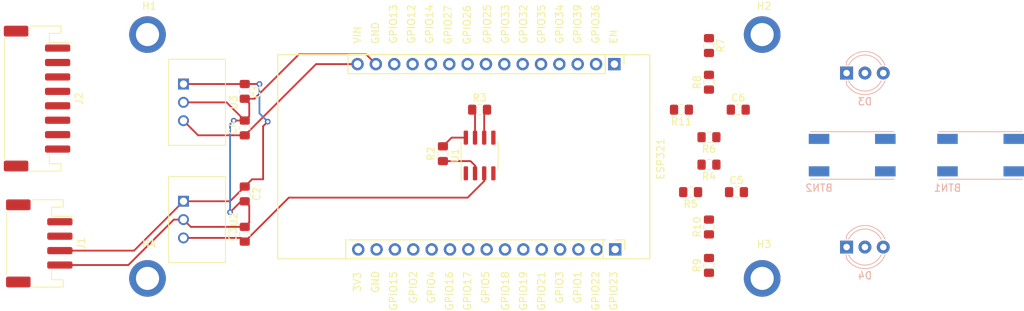
<source format=kicad_pcb>
(kicad_pcb (version 20171130) (host pcbnew "(5.1.4)-1")

  (general
    (thickness 1.6)
    (drawings 12)
    (tracks 62)
    (zones 0)
    (modules 30)
    (nets 43)
  )

  (page A4)
  (layers
    (0 F.Cu signal)
    (31 B.Cu signal)
    (32 B.Adhes user hide)
    (33 F.Adhes user hide)
    (34 B.Paste user hide)
    (35 F.Paste user hide)
    (36 B.SilkS user)
    (37 F.SilkS user)
    (38 B.Mask user)
    (39 F.Mask user)
    (40 Dwgs.User user)
    (41 Cmts.User user hide)
    (42 Eco1.User user hide)
    (43 Eco2.User user hide)
    (44 Edge.Cuts user)
    (45 Margin user hide)
    (46 B.CrtYd user hide)
    (47 F.CrtYd user hide)
    (48 B.Fab user hide)
    (49 F.Fab user hide)
  )

  (setup
    (last_trace_width 0.25)
    (trace_clearance 0.381)
    (zone_clearance 0.508)
    (zone_45_only no)
    (trace_min 0.2)
    (via_size 0.8)
    (via_drill 0.4)
    (via_min_size 0.4)
    (via_min_drill 0.3)
    (uvia_size 0.3)
    (uvia_drill 0.1)
    (uvias_allowed no)
    (uvia_min_size 0.2)
    (uvia_min_drill 0.1)
    (edge_width 0.05)
    (segment_width 0.2)
    (pcb_text_width 0.3)
    (pcb_text_size 1.5 1.5)
    (mod_edge_width 0.12)
    (mod_text_size 1 1)
    (mod_text_width 0.15)
    (pad_size 5.08 5.08)
    (pad_drill 3.200001)
    (pad_to_mask_clearance 0.051)
    (solder_mask_min_width 0.25)
    (aux_axis_origin 0 0)
    (visible_elements 7FFDFFFF)
    (pcbplotparams
      (layerselection 0x010fc_ffffffff)
      (usegerberextensions false)
      (usegerberattributes false)
      (usegerberadvancedattributes false)
      (creategerberjobfile false)
      (excludeedgelayer true)
      (linewidth 0.100000)
      (plotframeref false)
      (viasonmask false)
      (mode 1)
      (useauxorigin false)
      (hpglpennumber 1)
      (hpglpenspeed 20)
      (hpglpendiameter 15.000000)
      (psnegative false)
      (psa4output false)
      (plotreference true)
      (plotvalue true)
      (plotinvisibletext false)
      (padsonsilk false)
      (subtractmaskfromsilk false)
      (outputformat 1)
      (mirror false)
      (drillshape 1)
      (scaleselection 1)
      (outputdirectory ""))
  )

  (net 0 "")
  (net 1 "Net-(D3-Pad1)")
  (net 2 /ESP_GND)
  (net 3 "Net-(D3-Pad3)")
  (net 4 "Net-(D4-Pad3)")
  (net 5 "Net-(D4-Pad1)")
  (net 6 /ESP_3V3)
  (net 7 /CS)
  (net 8 /~R1)
  (net 9 /BUSY)
  (net 10 /~G1)
  (net 11 /~R2)
  (net 12 /~G2)
  (net 13 /RST)
  (net 14 "Net-(ESP321-Pad27)")
  (net 15 "Net-(ESP321-Pad28)")
  (net 16 /DC)
  (net 17 "Net-(ESP321-Pad30)")
  (net 18 /DIN)
  (net 19 "Net-(ESP321-Pad12)")
  (net 20 /CLK)
  (net 21 "Net-(ESP321-Pad10)")
  (net 22 "Net-(ESP321-Pad7)")
  (net 23 "Net-(ESP321-Pad6)")
  (net 24 /BUTTON2)
  (net 25 /BUTTON1)
  (net 26 "Net-(ESP321-Pad3)")
  (net 27 "Net-(ESP321-Pad2)")
  (net 28 "Net-(ESP321-Pad1)")
  (net 29 /CANTX)
  (net 30 /GLV_RTN)
  (net 31 /GLV_5V)
  (net 32 /CANRX)
  (net 33 "Net-(U1-Pad5)")
  (net 34 /CAN_L)
  (net 35 /CAN_H)
  (net 36 /GLV_24V)
  (net 37 /ESP_BUTTON1)
  (net 38 /ESP_BUTTON2)
  (net 39 "Net-(R2-Pad2)")
  (net 40 "Net-(ESP321-Pad24)")
  (net 41 "Net-(ESP321-Pad25)")
  (net 42 /GLV_9V)

  (net_class Default "This is the default net class."
    (clearance 0.381)
    (trace_width 0.25)
    (via_dia 0.8)
    (via_drill 0.4)
    (uvia_dia 0.3)
    (uvia_drill 0.1)
    (add_net /BUSY)
    (add_net /BUTTON1)
    (add_net /BUTTON2)
    (add_net /CANRX)
    (add_net /CANTX)
    (add_net /CAN_H)
    (add_net /CAN_L)
    (add_net /CLK)
    (add_net /CS)
    (add_net /DC)
    (add_net /DIN)
    (add_net /ESP_3V3)
    (add_net /ESP_BUTTON1)
    (add_net /ESP_BUTTON2)
    (add_net /ESP_GND)
    (add_net /GLV_24V)
    (add_net /GLV_5V)
    (add_net /GLV_9V)
    (add_net /GLV_RTN)
    (add_net /RST)
    (add_net /~G1)
    (add_net /~G2)
    (add_net /~R1)
    (add_net /~R2)
    (add_net "Net-(D3-Pad1)")
    (add_net "Net-(D3-Pad3)")
    (add_net "Net-(D4-Pad1)")
    (add_net "Net-(D4-Pad3)")
    (add_net "Net-(ESP321-Pad1)")
    (add_net "Net-(ESP321-Pad10)")
    (add_net "Net-(ESP321-Pad12)")
    (add_net "Net-(ESP321-Pad2)")
    (add_net "Net-(ESP321-Pad24)")
    (add_net "Net-(ESP321-Pad25)")
    (add_net "Net-(ESP321-Pad27)")
    (add_net "Net-(ESP321-Pad28)")
    (add_net "Net-(ESP321-Pad3)")
    (add_net "Net-(ESP321-Pad30)")
    (add_net "Net-(ESP321-Pad6)")
    (add_net "Net-(ESP321-Pad7)")
    (add_net "Net-(R2-Pad2)")
    (add_net "Net-(U1-Pad5)")
  )

  (module ESP32_Shield:ESP32_Devkit_DOIT_V1 (layer F.Cu) (tedit 5A56526C) (tstamp 5E3A2EEC)
    (at 101.6 73.66 270)
    (descr "Through hole straight pin header, 1x15, 2.54mm pitch, single row")
    (tags "Through hole pin header THT 1x15 2.54mm single row")
    (path /5E39D9F9)
    (fp_text reference ESP321 (at 14.45 -53 90) (layer F.SilkS)
      (effects (font (size 1 1) (thickness 0.15)))
    )
    (fp_text value ESP32_Devkit_DOIT_V1 (at 13.65 1.3 90) (layer F.Fab)
      (effects (font (size 1 1) (thickness 0.15)))
    )
    (fp_text user GPIO23 (at 32.75 -46.5 90) (layer F.SilkS)
      (effects (font (size 1 1) (thickness 0.15)))
    )
    (fp_text user GPIO22 (at 32.75 -44 90) (layer F.SilkS)
      (effects (font (size 1 1) (thickness 0.15)))
    )
    (fp_text user GPIO1 (at 32.25 -41.5 90) (layer F.SilkS)
      (effects (font (size 1 1) (thickness 0.15)))
    )
    (fp_text user GPIO3 (at 32.25 -39 90) (layer F.SilkS)
      (effects (font (size 1 1) (thickness 0.15)))
    )
    (fp_text user GPIO21 (at 32.75 -36.5 90) (layer F.SilkS)
      (effects (font (size 1 1) (thickness 0.15)))
    )
    (fp_text user GPIO19 (at 32.75 -34 90) (layer F.SilkS)
      (effects (font (size 1 1) (thickness 0.15)))
    )
    (fp_text user GPIO18 (at 32.75 -31.5 90) (layer F.SilkS)
      (effects (font (size 1 1) (thickness 0.15)))
    )
    (fp_text user GPIO5 (at 32.25 -28.75 90) (layer F.SilkS)
      (effects (font (size 1 1) (thickness 0.15)))
    )
    (fp_text user GPIO17 (at 32.75 -26.25 90) (layer F.SilkS)
      (effects (font (size 1 1) (thickness 0.15)))
    )
    (fp_text user GPIO16 (at 32.75 -23.75 90) (layer F.SilkS)
      (effects (font (size 1 1) (thickness 0.15)))
    )
    (fp_text user GPIO4 (at 32.25 -21.25 90) (layer F.SilkS)
      (effects (font (size 1 1) (thickness 0.15)))
    )
    (fp_text user GPIO2 (at 32.25 -18.75 90) (layer F.SilkS)
      (effects (font (size 1 1) (thickness 0.15)))
    )
    (fp_text user GPIO15 (at 32.75 -16 90) (layer F.SilkS)
      (effects (font (size 1 1) (thickness 0.15)))
    )
    (fp_text user 3V3 (at 31.5 -11 90) (layer F.SilkS)
      (effects (font (size 1 1) (thickness 0.15)))
    )
    (fp_text user VIN (at -2.75 -11 90) (layer F.SilkS)
      (effects (font (size 1 1) (thickness 0.15)))
    )
    (fp_text user GND (at 31.5 -13.5 90) (layer F.SilkS)
      (effects (font (size 1 1) (thickness 0.15)))
    )
    (fp_text user GND (at -3 -13.5 90) (layer F.SilkS)
      (effects (font (size 1 1) (thickness 0.15)))
    )
    (fp_text user GPIO13 (at -4.25 -16 90) (layer F.SilkS)
      (effects (font (size 1 1) (thickness 0.15)))
    )
    (fp_text user GPIO12 (at -4.25 -18.5 90) (layer F.SilkS)
      (effects (font (size 1 1) (thickness 0.15)))
    )
    (fp_text user GPIO14 (at -4.25 -21 90) (layer F.SilkS)
      (effects (font (size 1 1) (thickness 0.15)))
    )
    (fp_text user GPIO27 (at -4.15 -23.55 90) (layer F.SilkS)
      (effects (font (size 1 1) (thickness 0.15)))
    )
    (fp_text user GPIO26 (at -4.15 -26.2 90) (layer F.SilkS)
      (effects (font (size 1 1) (thickness 0.15)))
    )
    (fp_text user GPIO25 (at -4.25 -29 90) (layer F.SilkS)
      (effects (font (size 1 1) (thickness 0.15)))
    )
    (fp_text user GPIO33 (at -4.25 -31.5 90) (layer F.SilkS)
      (effects (font (size 1 1) (thickness 0.15)))
    )
    (fp_text user GPIO32 (at -4.25 -34 90) (layer F.SilkS)
      (effects (font (size 1 1) (thickness 0.15)))
    )
    (fp_text user GPIO35 (at -4.25 -36.5 90) (layer F.SilkS)
      (effects (font (size 1 1) (thickness 0.15)))
    )
    (fp_text user GPIO34 (at -4.25 -39 90) (layer F.SilkS)
      (effects (font (size 1 1) (thickness 0.15)))
    )
    (fp_text user GPIO39 (at -4.25 -41.5 90) (layer F.SilkS)
      (effects (font (size 1 1) (thickness 0.15)))
    )
    (fp_text user GPIO36 (at -4.25 -44 90) (layer F.SilkS)
      (effects (font (size 1 1) (thickness 0.15)))
    )
    (fp_text user EN (at -2.5 -46.5 90) (layer F.SilkS)
      (effects (font (size 1 1) (thickness 0.15)))
    )
    (fp_line (start 28.3 -51.5) (end -0.05 -51.5) (layer F.SilkS) (width 0.15))
    (fp_line (start 28.3 -42.9) (end 28.3 -51.45) (layer F.SilkS) (width 0.15))
    (fp_line (start 0 -51.4) (end 0 0) (layer F.SilkS) (width 0.15))
    (fp_line (start 0 0) (end 28.3 0) (layer F.SilkS) (width 0.15))
    (fp_line (start 28.3 0) (end 28.3 -43) (layer F.SilkS) (width 0.15))
    (fp_text user %R (at 27 -28.92) (layer F.Fab)
      (effects (font (size 1 1) (thickness 0.15)))
    )
    (fp_line (start 25.67 -48.03) (end 27 -48.03) (layer F.SilkS) (width 0.12))
    (fp_line (start 25.67 -46.7) (end 25.67 -48.03) (layer F.SilkS) (width 0.12))
    (fp_line (start 25.57 -45.03) (end 28.23 -45.03) (layer F.SilkS) (width 0.12))
    (fp_line (start 28.23 -45.03) (end 28.23 -9.41) (layer F.SilkS) (width 0.12))
    (fp_line (start 25.67 -45.43) (end 25.67 -9.81) (layer F.SilkS) (width 0.12))
    (fp_line (start 25.57 -9.41) (end 28.23 -9.41) (layer F.SilkS) (width 0.12))
    (fp_line (start 25.73 -47.335) (end 26.365 -47.97) (layer F.Fab) (width 0.1))
    (fp_line (start 25.73 -9.87) (end 25.73 -47.335) (layer F.Fab) (width 0.1))
    (fp_line (start 28.27 -9.47) (end 25.73 -9.47) (layer F.Fab) (width 0.1))
    (fp_line (start 28.27 -47.57) (end 28.27 -9.47) (layer F.Fab) (width 0.1))
    (fp_line (start 26.365 -47.57) (end 28.27 -47.57) (layer F.Fab) (width 0.1))
    (fp_line (start 26.365 -47.57) (end 28.27 -47.57) (layer F.Fab) (width 0.1))
    (fp_line (start 28.27 -47.57) (end 28.27 -9.47) (layer F.Fab) (width 0.1))
    (fp_line (start 28.27 -9.47) (end 25.73 -9.47) (layer F.Fab) (width 0.1))
    (fp_line (start 25.73 -9.87) (end 25.73 -47.335) (layer F.Fab) (width 0.1))
    (fp_line (start 25.73 -47.335) (end 26.365 -47.97) (layer F.Fab) (width 0.1))
    (fp_line (start 25.57 -9.41) (end 28.23 -9.41) (layer F.SilkS) (width 0.12))
    (fp_line (start 25.67 -45.43) (end 25.67 -9.81) (layer F.SilkS) (width 0.12))
    (fp_line (start 28.23 -45.03) (end 28.23 -9.41) (layer F.SilkS) (width 0.12))
    (fp_line (start 25.57 -45.03) (end 28.23 -45.03) (layer F.SilkS) (width 0.12))
    (fp_line (start 25.67 -46.7) (end 25.67 -48.03) (layer F.SilkS) (width 0.12))
    (fp_line (start 25.67 -48.03) (end 27 -48.03) (layer F.SilkS) (width 0.12))
    (fp_text user %R (at 27 -28.92) (layer F.Fab)
      (effects (font (size 1 1) (thickness 0.15)))
    )
    (fp_text user %R (at 1.3 -28.82) (layer F.Fab)
      (effects (font (size 1 1) (thickness 0.15)))
    )
    (fp_line (start -0.03 -47.93) (end 1.3 -47.93) (layer F.SilkS) (width 0.12))
    (fp_line (start -0.03 -46.6) (end -0.03 -47.93) (layer F.SilkS) (width 0.12))
    (fp_line (start -0.03 -45.33) (end 2.63 -45.33) (layer F.SilkS) (width 0.12))
    (fp_line (start 2.63 -45.33) (end 2.63 -9.71) (layer F.SilkS) (width 0.12))
    (fp_line (start -0.03 -45.33) (end -0.03 -9.71) (layer F.SilkS) (width 0.12))
    (fp_line (start -0.03 -9.71) (end 2.63 -9.71) (layer F.SilkS) (width 0.12))
    (fp_line (start 0.03 -47.235) (end 0.665 -47.87) (layer F.Fab) (width 0.1))
    (fp_line (start 0.03 -9.77) (end 0.03 -47.235) (layer F.Fab) (width 0.1))
    (fp_line (start 2.57 -9.77) (end 0.03 -9.77) (layer F.Fab) (width 0.1))
    (fp_line (start 2.57 -47.87) (end 2.57 -9.77) (layer F.Fab) (width 0.1))
    (fp_line (start 0.665 -47.87) (end 2.57 -47.87) (layer F.Fab) (width 0.1))
    (fp_line (start 0.665 -47.87) (end 2.57 -47.87) (layer F.Fab) (width 0.1))
    (fp_line (start 2.57 -47.87) (end 2.57 -9.77) (layer F.Fab) (width 0.1))
    (fp_line (start 2.57 -9.77) (end 0.03 -9.77) (layer F.Fab) (width 0.1))
    (fp_line (start 0.03 -9.77) (end 0.03 -47.235) (layer F.Fab) (width 0.1))
    (fp_line (start 0.03 -47.235) (end 0.665 -47.87) (layer F.Fab) (width 0.1))
    (fp_line (start -0.03 -9.71) (end 2.63 -9.71) (layer F.SilkS) (width 0.12))
    (fp_line (start -0.03 -45.33) (end -0.03 -9.71) (layer F.SilkS) (width 0.12))
    (fp_line (start 2.63 -45.33) (end 2.63 -9.71) (layer F.SilkS) (width 0.12))
    (fp_line (start -0.03 -45.33) (end 2.63 -45.33) (layer F.SilkS) (width 0.12))
    (fp_line (start -0.03 -46.6) (end -0.03 -47.93) (layer F.SilkS) (width 0.12))
    (fp_line (start -0.03 -47.93) (end 1.3 -47.93) (layer F.SilkS) (width 0.12))
    (fp_text user %R (at 1.3 -28.82) (layer F.Fab)
      (effects (font (size 1 1) (thickness 0.15)))
    )
    (pad 16 thru_hole oval (at 27 -11.14 270) (size 1.7 1.7) (drill 1) (layers *.Cu *.Mask)
      (net 6 /ESP_3V3))
    (pad 17 thru_hole oval (at 27 -13.68 270) (size 1.7 1.7) (drill 1) (layers *.Cu *.Mask)
      (net 2 /ESP_GND))
    (pad 18 thru_hole oval (at 27 -16.22 270) (size 1.7 1.7) (drill 1) (layers *.Cu *.Mask)
      (net 7 /CS))
    (pad 19 thru_hole oval (at 27 -18.76 270) (size 1.7 1.7) (drill 1) (layers *.Cu *.Mask)
      (net 8 /~R1))
    (pad 20 thru_hole oval (at 27 -21.3 270) (size 1.7 1.7) (drill 1) (layers *.Cu *.Mask)
      (net 29 /CANTX))
    (pad 21 thru_hole oval (at 27 -23.84 270) (size 1.7 1.7) (drill 1) (layers *.Cu *.Mask)
      (net 9 /BUSY))
    (pad 22 thru_hole oval (at 27 -26.38 270) (size 1.7 1.7) (drill 1) (layers *.Cu *.Mask)
      (net 10 /~G1))
    (pad 23 thru_hole oval (at 27 -28.92 270) (size 1.7 1.7) (drill 1) (layers *.Cu *.Mask)
      (net 32 /CANRX))
    (pad 24 thru_hole oval (at 27 -31.46 270) (size 1.7 1.7) (drill 1) (layers *.Cu *.Mask)
      (net 40 "Net-(ESP321-Pad24)"))
    (pad 25 thru_hole oval (at 27 -34 270) (size 1.7 1.7) (drill 1) (layers *.Cu *.Mask)
      (net 41 "Net-(ESP321-Pad25)"))
    (pad 26 thru_hole oval (at 27 -36.54 270) (size 1.7 1.7) (drill 1) (layers *.Cu *.Mask)
      (net 13 /RST))
    (pad 27 thru_hole oval (at 27 -39.08 270) (size 1.7 1.7) (drill 1) (layers *.Cu *.Mask)
      (net 14 "Net-(ESP321-Pad27)"))
    (pad 28 thru_hole oval (at 27 -41.62 270) (size 1.7 1.7) (drill 1) (layers *.Cu *.Mask)
      (net 15 "Net-(ESP321-Pad28)"))
    (pad 29 thru_hole oval (at 27 -44.16 270) (size 1.7 1.7) (drill 1) (layers *.Cu *.Mask)
      (net 16 /DC))
    (pad 30 thru_hole rect (at 27 -46.7 270) (size 1.7 1.7) (drill 1) (layers *.Cu *.Mask)
      (net 17 "Net-(ESP321-Pad30)"))
    (pad 30 thru_hole rect (at 27 -46.7 270) (size 1.7 1.7) (drill 1) (layers *.Cu *.Mask)
      (net 17 "Net-(ESP321-Pad30)"))
    (pad 29 thru_hole oval (at 27 -44.16 270) (size 1.7 1.7) (drill 1) (layers *.Cu *.Mask)
      (net 16 /DC))
    (pad 28 thru_hole oval (at 27 -41.62 270) (size 1.7 1.7) (drill 1) (layers *.Cu *.Mask)
      (net 15 "Net-(ESP321-Pad28)"))
    (pad 27 thru_hole oval (at 27 -39.08 270) (size 1.7 1.7) (drill 1) (layers *.Cu *.Mask)
      (net 14 "Net-(ESP321-Pad27)"))
    (pad 26 thru_hole oval (at 27 -36.54 270) (size 1.7 1.7) (drill 1) (layers *.Cu *.Mask)
      (net 13 /RST))
    (pad 25 thru_hole oval (at 27 -34 270) (size 1.7 1.7) (drill 1) (layers *.Cu *.Mask)
      (net 41 "Net-(ESP321-Pad25)"))
    (pad 24 thru_hole oval (at 27 -31.46 270) (size 1.7 1.7) (drill 1) (layers *.Cu *.Mask)
      (net 40 "Net-(ESP321-Pad24)"))
    (pad 23 thru_hole oval (at 27 -28.92 270) (size 1.7 1.7) (drill 1) (layers *.Cu *.Mask)
      (net 32 /CANRX))
    (pad 22 thru_hole oval (at 27 -26.38 270) (size 1.7 1.7) (drill 1) (layers *.Cu *.Mask)
      (net 10 /~G1))
    (pad 21 thru_hole oval (at 27 -23.84 270) (size 1.7 1.7) (drill 1) (layers *.Cu *.Mask)
      (net 9 /BUSY))
    (pad 20 thru_hole oval (at 27 -21.3 270) (size 1.7 1.7) (drill 1) (layers *.Cu *.Mask)
      (net 29 /CANTX))
    (pad 19 thru_hole oval (at 27 -18.76 270) (size 1.7 1.7) (drill 1) (layers *.Cu *.Mask)
      (net 8 /~R1))
    (pad 18 thru_hole oval (at 27 -16.22 270) (size 1.7 1.7) (drill 1) (layers *.Cu *.Mask)
      (net 7 /CS))
    (pad 17 thru_hole oval (at 27 -13.68 270) (size 1.7 1.7) (drill 1) (layers *.Cu *.Mask)
      (net 2 /ESP_GND))
    (pad 16 thru_hole oval (at 27 -11.14 270) (size 1.7 1.7) (drill 1) (layers *.Cu *.Mask)
      (net 6 /ESP_3V3))
    (pad 15 thru_hole oval (at 1.3 -11.04 270) (size 1.7 1.7) (drill 1) (layers *.Cu *.Mask)
      (net 42 /GLV_9V))
    (pad 14 thru_hole oval (at 1.3 -13.58 270) (size 1.7 1.7) (drill 1) (layers *.Cu *.Mask)
      (net 30 /GLV_RTN))
    (pad 13 thru_hole oval (at 1.3 -16.12 270) (size 1.7 1.7) (drill 1) (layers *.Cu *.Mask)
      (net 18 /DIN))
    (pad 12 thru_hole oval (at 1.3 -18.66 270) (size 1.7 1.7) (drill 1) (layers *.Cu *.Mask)
      (net 19 "Net-(ESP321-Pad12)"))
    (pad 11 thru_hole oval (at 1.3 -21.2 270) (size 1.7 1.7) (drill 1) (layers *.Cu *.Mask)
      (net 20 /CLK))
    (pad 10 thru_hole oval (at 1.3 -23.74 270) (size 1.7 1.7) (drill 1) (layers *.Cu *.Mask)
      (net 21 "Net-(ESP321-Pad10)"))
    (pad 9 thru_hole oval (at 1.3 -26.28 270) (size 1.7 1.7) (drill 1) (layers *.Cu *.Mask)
      (net 12 /~G2))
    (pad 8 thru_hole oval (at 1.3 -28.82 270) (size 1.7 1.7) (drill 1) (layers *.Cu *.Mask)
      (net 11 /~R2))
    (pad 7 thru_hole oval (at 1.3 -31.36 270) (size 1.7 1.7) (drill 1) (layers *.Cu *.Mask)
      (net 22 "Net-(ESP321-Pad7)"))
    (pad 6 thru_hole oval (at 1.3 -33.9 270) (size 1.7 1.7) (drill 1) (layers *.Cu *.Mask)
      (net 23 "Net-(ESP321-Pad6)"))
    (pad 5 thru_hole oval (at 1.3 -36.44 270) (size 1.7 1.7) (drill 1) (layers *.Cu *.Mask)
      (net 38 /ESP_BUTTON2))
    (pad 4 thru_hole oval (at 1.3 -38.98 270) (size 1.7 1.7) (drill 1) (layers *.Cu *.Mask)
      (net 37 /ESP_BUTTON1))
    (pad 3 thru_hole oval (at 1.3 -41.52 270) (size 1.7 1.7) (drill 1) (layers *.Cu *.Mask)
      (net 26 "Net-(ESP321-Pad3)"))
    (pad 2 thru_hole oval (at 1.3 -44.06 270) (size 1.7 1.7) (drill 1) (layers *.Cu *.Mask)
      (net 27 "Net-(ESP321-Pad2)"))
    (pad 1 thru_hole rect (at 1.3 -46.6 270) (size 1.7 1.7) (drill 1) (layers *.Cu *.Mask)
      (net 28 "Net-(ESP321-Pad1)"))
    (pad 1 thru_hole rect (at 1.3 -46.6 270) (size 1.7 1.7) (drill 1) (layers *.Cu *.Mask)
      (net 28 "Net-(ESP321-Pad1)"))
    (pad 2 thru_hole oval (at 1.3 -44.06 270) (size 1.7 1.7) (drill 1) (layers *.Cu *.Mask)
      (net 27 "Net-(ESP321-Pad2)"))
    (pad 3 thru_hole oval (at 1.3 -41.52 270) (size 1.7 1.7) (drill 1) (layers *.Cu *.Mask)
      (net 26 "Net-(ESP321-Pad3)"))
    (pad 4 thru_hole oval (at 1.3 -38.98 270) (size 1.7 1.7) (drill 1) (layers *.Cu *.Mask)
      (net 37 /ESP_BUTTON1))
    (pad 5 thru_hole oval (at 1.3 -36.44 270) (size 1.7 1.7) (drill 1) (layers *.Cu *.Mask)
      (net 38 /ESP_BUTTON2))
    (pad 6 thru_hole oval (at 1.3 -33.9 270) (size 1.7 1.7) (drill 1) (layers *.Cu *.Mask)
      (net 23 "Net-(ESP321-Pad6)"))
    (pad 7 thru_hole oval (at 1.3 -31.36 270) (size 1.7 1.7) (drill 1) (layers *.Cu *.Mask)
      (net 22 "Net-(ESP321-Pad7)"))
    (pad 8 thru_hole oval (at 1.3 -28.82 270) (size 1.7 1.7) (drill 1) (layers *.Cu *.Mask)
      (net 11 /~R2))
    (pad 9 thru_hole oval (at 1.3 -26.28 270) (size 1.7 1.7) (drill 1) (layers *.Cu *.Mask)
      (net 12 /~G2))
    (pad 10 thru_hole oval (at 1.3 -23.74 270) (size 1.7 1.7) (drill 1) (layers *.Cu *.Mask)
      (net 21 "Net-(ESP321-Pad10)"))
    (pad 11 thru_hole oval (at 1.3 -21.2 270) (size 1.7 1.7) (drill 1) (layers *.Cu *.Mask)
      (net 20 /CLK))
    (pad 12 thru_hole oval (at 1.3 -18.66 270) (size 1.7 1.7) (drill 1) (layers *.Cu *.Mask)
      (net 19 "Net-(ESP321-Pad12)"))
    (pad 13 thru_hole oval (at 1.3 -16.12 270) (size 1.7 1.7) (drill 1) (layers *.Cu *.Mask)
      (net 18 /DIN))
    (pad 14 thru_hole oval (at 1.3 -13.58 270) (size 1.7 1.7) (drill 1) (layers *.Cu *.Mask)
      (net 30 /GLV_RTN))
    (pad 15 thru_hole oval (at 1.3 -11.04 270) (size 1.7 1.7) (drill 1) (layers *.Cu *.Mask)
      (net 42 /GLV_9V))
    (model ${KISYS3DMOD}/Pin_Headers.3dshapes/Pin_Header_Straight_1x15_Pitch2.54mm.wrl
      (at (xyz 0 0 0))
      (scale (xyz 1 1 1))
      (rotate (xyz 0 0 0))
    )
  )

  (module Connector_JST:JST_PH_S8B-PH-SM4-TB_1x08-1MP_P2.00mm_Horizontal (layer F.Cu) (tedit 5B78AD87) (tstamp 5E49C2CE)
    (at 68.27 79.74 270)
    (descr "JST PH series connector, S8B-PH-SM4-TB (http://www.jst-mfg.com/product/pdf/eng/ePH.pdf), generated with kicad-footprint-generator")
    (tags "connector JST PH top entry")
    (path /5DD793FC)
    (attr smd)
    (fp_text reference J2 (at 0 -5.8 90) (layer F.SilkS)
      (effects (font (size 1 1) (thickness 0.15)))
    )
    (fp_text value Display (at 0 5.8 90) (layer F.Fab)
      (effects (font (size 1 1) (thickness 0.15)))
    )
    (fp_line (start -9.95 -3.2) (end -9.15 -3.2) (layer F.Fab) (width 0.1))
    (fp_line (start -9.15 -3.2) (end -9.15 -1.6) (layer F.Fab) (width 0.1))
    (fp_line (start -9.15 -1.6) (end 9.15 -1.6) (layer F.Fab) (width 0.1))
    (fp_line (start 9.15 -1.6) (end 9.15 -3.2) (layer F.Fab) (width 0.1))
    (fp_line (start 9.15 -3.2) (end 9.95 -3.2) (layer F.Fab) (width 0.1))
    (fp_line (start -10.06 0.94) (end -10.06 -3.31) (layer F.SilkS) (width 0.12))
    (fp_line (start -10.06 -3.31) (end -9.04 -3.31) (layer F.SilkS) (width 0.12))
    (fp_line (start -9.04 -3.31) (end -9.04 -1.71) (layer F.SilkS) (width 0.12))
    (fp_line (start -9.04 -1.71) (end -7.76 -1.71) (layer F.SilkS) (width 0.12))
    (fp_line (start -7.76 -1.71) (end -7.76 -4.6) (layer F.SilkS) (width 0.12))
    (fp_line (start 10.06 0.94) (end 10.06 -3.31) (layer F.SilkS) (width 0.12))
    (fp_line (start 10.06 -3.31) (end 9.04 -3.31) (layer F.SilkS) (width 0.12))
    (fp_line (start 9.04 -3.31) (end 9.04 -1.71) (layer F.SilkS) (width 0.12))
    (fp_line (start 9.04 -1.71) (end 7.76 -1.71) (layer F.SilkS) (width 0.12))
    (fp_line (start -8.34 4.51) (end 8.34 4.51) (layer F.SilkS) (width 0.12))
    (fp_line (start -9.95 4.4) (end 9.95 4.4) (layer F.Fab) (width 0.1))
    (fp_line (start -9.95 -3.2) (end -9.95 4.4) (layer F.Fab) (width 0.1))
    (fp_line (start 9.95 -3.2) (end 9.95 4.4) (layer F.Fab) (width 0.1))
    (fp_line (start -10.6 -5.1) (end -10.6 5.1) (layer F.CrtYd) (width 0.05))
    (fp_line (start -10.6 5.1) (end 10.6 5.1) (layer F.CrtYd) (width 0.05))
    (fp_line (start 10.6 5.1) (end 10.6 -5.1) (layer F.CrtYd) (width 0.05))
    (fp_line (start 10.6 -5.1) (end -10.6 -5.1) (layer F.CrtYd) (width 0.05))
    (fp_line (start -7.5 -1.6) (end -7 -0.892893) (layer F.Fab) (width 0.1))
    (fp_line (start -7 -0.892893) (end -6.5 -1.6) (layer F.Fab) (width 0.1))
    (fp_text user %R (at 0 1.5 90) (layer F.Fab)
      (effects (font (size 1 1) (thickness 0.15)))
    )
    (pad 1 smd roundrect (at -7 -2.85 270) (size 1 3.5) (layers F.Cu F.Paste F.Mask) (roundrect_rratio 0.25)
      (net 6 /ESP_3V3))
    (pad 2 smd roundrect (at -5 -2.85 270) (size 1 3.5) (layers F.Cu F.Paste F.Mask) (roundrect_rratio 0.25)
      (net 2 /ESP_GND))
    (pad 3 smd roundrect (at -3 -2.85 270) (size 1 3.5) (layers F.Cu F.Paste F.Mask) (roundrect_rratio 0.25)
      (net 18 /DIN))
    (pad 4 smd roundrect (at -1 -2.85 270) (size 1 3.5) (layers F.Cu F.Paste F.Mask) (roundrect_rratio 0.25)
      (net 20 /CLK))
    (pad 5 smd roundrect (at 1 -2.85 270) (size 1 3.5) (layers F.Cu F.Paste F.Mask) (roundrect_rratio 0.25)
      (net 7 /CS))
    (pad 6 smd roundrect (at 3 -2.85 270) (size 1 3.5) (layers F.Cu F.Paste F.Mask) (roundrect_rratio 0.25)
      (net 16 /DC))
    (pad 7 smd roundrect (at 5 -2.85 270) (size 1 3.5) (layers F.Cu F.Paste F.Mask) (roundrect_rratio 0.25)
      (net 13 /RST))
    (pad 8 smd roundrect (at 7 -2.85 270) (size 1 3.5) (layers F.Cu F.Paste F.Mask) (roundrect_rratio 0.25)
      (net 9 /BUSY))
    (pad MP smd roundrect (at -9.35 2.9 270) (size 1.5 3.4) (layers F.Cu F.Paste F.Mask) (roundrect_rratio 0.166667))
    (pad MP smd roundrect (at 9.35 2.9 270) (size 1.5 3.4) (layers F.Cu F.Paste F.Mask) (roundrect_rratio 0.166667))
    (model ${KISYS3DMOD}/Connector_JST.3dshapes/JST_PH_S8B-PH-SM4-TB_1x08-1MP_P2.00mm_Horizontal.wrl
      (at (xyz 0 0 0))
      (scale (xyz 1 1 1))
      (rotate (xyz 0 0 0))
    )
  )

  (module Lafayette_Electric_Car_Footprints:PushButton (layer B.Cu) (tedit 5DD2EDD8) (tstamp 5E3A2E25)
    (at 198.91 87.63)
    (path /5E48D04A)
    (fp_text reference BTN1 (at -4.6 4.5) (layer B.SilkS)
      (effects (font (size 1 1) (thickness 0.15)) (justify mirror))
    )
    (fp_text value PushButton (at 3.6 4.5) (layer B.Fab)
      (effects (font (size 1 1) (thickness 0.15)) (justify mirror))
    )
    (fp_line (start 5.8 -3.3) (end -5.8 3.3) (layer Dwgs.User) (width 0.12))
    (fp_line (start -5.8 -3.3) (end 5.8 3.3) (layer Dwgs.User) (width 0.12))
    (fp_line (start -5.8 -3.3) (end 5.8 -3.3) (layer B.SilkS) (width 0.12))
    (fp_line (start -5.8 3.3) (end 5.8 3.3) (layer B.SilkS) (width 0.12))
    (pad 2 smd rect (at 4.575 2.2) (size 2.85 1.4) (layers B.Cu B.Paste B.Mask)
      (net 25 /BUTTON1))
    (pad 2 smd rect (at 4.575 -2.3) (size 2.85 1.4) (layers B.Cu B.Paste B.Mask)
      (net 25 /BUTTON1))
    (pad 1 smd rect (at -4.6 -2.3) (size 2.85 1.4) (layers B.Cu B.Paste B.Mask)
      (net 2 /ESP_GND))
    (pad 1 smd rect (at -4.6 2.2) (size 2.85 1.4) (layers B.Cu B.Paste B.Mask)
      (net 2 /ESP_GND))
    (model ${KIPRJMOD}/3dModels/ButtonMount.step
      (offset (xyz 0 2.5 0))
      (scale (xyz 1 1 1))
      (rotate (xyz 0 0 0))
    )
    (model ${KIPRJMOD}/3dModels/ButtonCap.step
      (offset (xyz 0 0 4))
      (scale (xyz 1 1 1))
      (rotate (xyz 0 0 0))
    )
  )

  (module Lafayette_Electric_Car_Footprints:PushButton (layer B.Cu) (tedit 5DD2EDD8) (tstamp 5E3A2E31)
    (at 181.13 87.63)
    (path /5E48FC6E)
    (fp_text reference BTN2 (at -4.6 4.5) (layer B.SilkS)
      (effects (font (size 1 1) (thickness 0.15)) (justify mirror))
    )
    (fp_text value PushButton (at 3.6 4.5) (layer B.Fab)
      (effects (font (size 1 1) (thickness 0.15)) (justify mirror))
    )
    (fp_line (start -5.8 3.3) (end 5.8 3.3) (layer B.SilkS) (width 0.12))
    (fp_line (start -5.8 -3.3) (end 5.8 -3.3) (layer B.SilkS) (width 0.12))
    (fp_line (start -5.8 -3.3) (end 5.8 3.3) (layer Dwgs.User) (width 0.12))
    (fp_line (start 5.8 -3.3) (end -5.8 3.3) (layer Dwgs.User) (width 0.12))
    (pad 1 smd rect (at -4.6 2.2) (size 2.85 1.4) (layers B.Cu B.Paste B.Mask)
      (net 2 /ESP_GND))
    (pad 1 smd rect (at -4.6 -2.3) (size 2.85 1.4) (layers B.Cu B.Paste B.Mask)
      (net 2 /ESP_GND))
    (pad 2 smd rect (at 4.575 -2.3) (size 2.85 1.4) (layers B.Cu B.Paste B.Mask)
      (net 24 /BUTTON2))
    (pad 2 smd rect (at 4.575 2.2) (size 2.85 1.4) (layers B.Cu B.Paste B.Mask)
      (net 24 /BUTTON2))
    (model ${KIPRJMOD}/3dModels/ButtonMount.step
      (offset (xyz 0 2.5 0))
      (scale (xyz 1 1 1))
      (rotate (xyz 0 0 0))
    )
    (model ${KIPRJMOD}/3dModels/ButtonCap.step
      (offset (xyz 0 0 4))
      (scale (xyz 1 1 1))
      (rotate (xyz 0 0 0))
    )
  )

  (module LED_THT:LED_D5.0mm-3 (layer B.Cu) (tedit 587A3A7B) (tstamp 5E3A2E45)
    (at 180.34 76.2)
    (descr "LED, diameter 5.0mm, 2 pins, diameter 5.0mm, 3 pins, http://www.kingbright.com/attachments/file/psearch/000/00/00/L-59EGC(Ver.17A).pdf")
    (tags "LED diameter 5.0mm 2 pins diameter 5.0mm 3 pins")
    (path /5E3A3924)
    (fp_text reference D3 (at 2.54 3.96) (layer B.SilkS)
      (effects (font (size 1 1) (thickness 0.15)) (justify mirror))
    )
    (fp_text value LED_Dual_ACA (at 2.54 -3.96) (layer B.Fab)
      (effects (font (size 1 1) (thickness 0.15)) (justify mirror))
    )
    (fp_arc (start 2.54 0) (end 0.04 1.469694) (angle -299.1) (layer B.Fab) (width 0.1))
    (fp_arc (start 2.54 0) (end -0.02 1.54483) (angle -127.7) (layer B.SilkS) (width 0.12))
    (fp_arc (start 2.54 0) (end -0.02 -1.54483) (angle 127.7) (layer B.SilkS) (width 0.12))
    (fp_arc (start 2.54 0) (end 0.285316 1.08) (angle -128.8) (layer B.SilkS) (width 0.12))
    (fp_arc (start 2.54 0) (end 0.285316 -1.08) (angle 128.8) (layer B.SilkS) (width 0.12))
    (fp_circle (center 2.54 0) (end 5.04 0) (layer B.Fab) (width 0.1))
    (fp_line (start 0.04 1.469694) (end 0.04 -1.469694) (layer B.Fab) (width 0.1))
    (fp_line (start -0.02 1.545) (end -0.02 1.08) (layer B.SilkS) (width 0.12))
    (fp_line (start -0.02 -1.08) (end -0.02 -1.545) (layer B.SilkS) (width 0.12))
    (fp_line (start -1.15 3.25) (end -1.15 -3.25) (layer B.CrtYd) (width 0.05))
    (fp_line (start -1.15 -3.25) (end 6.25 -3.25) (layer B.CrtYd) (width 0.05))
    (fp_line (start 6.25 -3.25) (end 6.25 3.25) (layer B.CrtYd) (width 0.05))
    (fp_line (start 6.25 3.25) (end -1.15 3.25) (layer B.CrtYd) (width 0.05))
    (pad 1 thru_hole rect (at 0 0) (size 1.8 1.8) (drill 0.9) (layers *.Cu *.Mask)
      (net 1 "Net-(D3-Pad1)"))
    (pad 2 thru_hole circle (at 2.54 0) (size 1.8 1.8) (drill 0.9) (layers *.Cu *.Mask)
      (net 2 /ESP_GND))
    (pad 3 thru_hole circle (at 5.08 0) (size 1.8 1.8) (drill 0.9) (layers *.Cu *.Mask)
      (net 3 "Net-(D3-Pad3)"))
    (model ${KISYS3DMOD}/LED_THT.3dshapes/LED_D5.0mm-3.wrl
      (at (xyz 0 0 0))
      (scale (xyz 1 1 1))
      (rotate (xyz 0 0 0))
    )
  )

  (module LED_THT:LED_D5.0mm-3 (layer B.Cu) (tedit 587A3A7B) (tstamp 5E3A2E59)
    (at 180.34 100.33)
    (descr "LED, diameter 5.0mm, 2 pins, diameter 5.0mm, 3 pins, http://www.kingbright.com/attachments/file/psearch/000/00/00/L-59EGC(Ver.17A).pdf")
    (tags "LED diameter 5.0mm 2 pins diameter 5.0mm 3 pins")
    (path /5E3A4DF7)
    (fp_text reference D4 (at 2.54 3.96) (layer B.SilkS)
      (effects (font (size 1 1) (thickness 0.15)) (justify mirror))
    )
    (fp_text value LED_Dual_ACA (at 2.54 -3.96) (layer B.Fab)
      (effects (font (size 1 1) (thickness 0.15)) (justify mirror))
    )
    (fp_line (start 6.25 3.25) (end -1.15 3.25) (layer B.CrtYd) (width 0.05))
    (fp_line (start 6.25 -3.25) (end 6.25 3.25) (layer B.CrtYd) (width 0.05))
    (fp_line (start -1.15 -3.25) (end 6.25 -3.25) (layer B.CrtYd) (width 0.05))
    (fp_line (start -1.15 3.25) (end -1.15 -3.25) (layer B.CrtYd) (width 0.05))
    (fp_line (start -0.02 -1.08) (end -0.02 -1.545) (layer B.SilkS) (width 0.12))
    (fp_line (start -0.02 1.545) (end -0.02 1.08) (layer B.SilkS) (width 0.12))
    (fp_line (start 0.04 1.469694) (end 0.04 -1.469694) (layer B.Fab) (width 0.1))
    (fp_circle (center 2.54 0) (end 5.04 0) (layer B.Fab) (width 0.1))
    (fp_arc (start 2.54 0) (end 0.285316 -1.08) (angle 128.8) (layer B.SilkS) (width 0.12))
    (fp_arc (start 2.54 0) (end 0.285316 1.08) (angle -128.8) (layer B.SilkS) (width 0.12))
    (fp_arc (start 2.54 0) (end -0.02 -1.54483) (angle 127.7) (layer B.SilkS) (width 0.12))
    (fp_arc (start 2.54 0) (end -0.02 1.54483) (angle -127.7) (layer B.SilkS) (width 0.12))
    (fp_arc (start 2.54 0) (end 0.04 1.469694) (angle -299.1) (layer B.Fab) (width 0.1))
    (pad 3 thru_hole circle (at 5.08 0) (size 1.8 1.8) (drill 0.9) (layers *.Cu *.Mask)
      (net 4 "Net-(D4-Pad3)"))
    (pad 2 thru_hole circle (at 2.54 0) (size 1.8 1.8) (drill 0.9) (layers *.Cu *.Mask)
      (net 2 /ESP_GND))
    (pad 1 thru_hole rect (at 0 0) (size 1.8 1.8) (drill 0.9) (layers *.Cu *.Mask)
      (net 5 "Net-(D4-Pad1)"))
    (model ${KISYS3DMOD}/LED_THT.3dshapes/LED_D5.0mm-3.wrl
      (at (xyz 0 0 0))
      (scale (xyz 1 1 1))
      (rotate (xyz 0 0 0))
    )
  )

  (module Package_SO:SOIC-8_3.9x4.9mm_P1.27mm (layer F.Cu) (tedit 5C97300E) (tstamp 5E3A2F06)
    (at 129.54 87.63 90)
    (descr "SOIC, 8 Pin (JEDEC MS-012AA, https://www.analog.com/media/en/package-pcb-resources/package/pkg_pdf/soic_narrow-r/r_8.pdf), generated with kicad-footprint-generator ipc_gullwing_generator.py")
    (tags "SOIC SO")
    (path /5DD84DD1)
    (attr smd)
    (fp_text reference U1 (at 0 -3.4 90) (layer F.SilkS)
      (effects (font (size 1 1) (thickness 0.15)))
    )
    (fp_text value MCP2551-I-SN (at 0 3.4 90) (layer F.Fab)
      (effects (font (size 1 1) (thickness 0.15)))
    )
    (fp_line (start 0 2.56) (end 1.95 2.56) (layer F.SilkS) (width 0.12))
    (fp_line (start 0 2.56) (end -1.95 2.56) (layer F.SilkS) (width 0.12))
    (fp_line (start 0 -2.56) (end 1.95 -2.56) (layer F.SilkS) (width 0.12))
    (fp_line (start 0 -2.56) (end -3.45 -2.56) (layer F.SilkS) (width 0.12))
    (fp_line (start -0.975 -2.45) (end 1.95 -2.45) (layer F.Fab) (width 0.1))
    (fp_line (start 1.95 -2.45) (end 1.95 2.45) (layer F.Fab) (width 0.1))
    (fp_line (start 1.95 2.45) (end -1.95 2.45) (layer F.Fab) (width 0.1))
    (fp_line (start -1.95 2.45) (end -1.95 -1.475) (layer F.Fab) (width 0.1))
    (fp_line (start -1.95 -1.475) (end -0.975 -2.45) (layer F.Fab) (width 0.1))
    (fp_line (start -3.7 -2.7) (end -3.7 2.7) (layer F.CrtYd) (width 0.05))
    (fp_line (start -3.7 2.7) (end 3.7 2.7) (layer F.CrtYd) (width 0.05))
    (fp_line (start 3.7 2.7) (end 3.7 -2.7) (layer F.CrtYd) (width 0.05))
    (fp_line (start 3.7 -2.7) (end -3.7 -2.7) (layer F.CrtYd) (width 0.05))
    (fp_text user %R (at 0 0 90) (layer F.Fab)
      (effects (font (size 0.98 0.98) (thickness 0.15)))
    )
    (pad 1 smd roundrect (at -2.475 -1.905 90) (size 1.95 0.6) (layers F.Cu F.Paste F.Mask) (roundrect_rratio 0.25)
      (net 29 /CANTX))
    (pad 2 smd roundrect (at -2.475 -0.635 90) (size 1.95 0.6) (layers F.Cu F.Paste F.Mask) (roundrect_rratio 0.25)
      (net 30 /GLV_RTN))
    (pad 3 smd roundrect (at -2.475 0.635 90) (size 1.95 0.6) (layers F.Cu F.Paste F.Mask) (roundrect_rratio 0.25)
      (net 31 /GLV_5V))
    (pad 4 smd roundrect (at -2.475 1.905 90) (size 1.95 0.6) (layers F.Cu F.Paste F.Mask) (roundrect_rratio 0.25)
      (net 32 /CANRX))
    (pad 5 smd roundrect (at 2.475 1.905 90) (size 1.95 0.6) (layers F.Cu F.Paste F.Mask) (roundrect_rratio 0.25)
      (net 33 "Net-(U1-Pad5)"))
    (pad 6 smd roundrect (at 2.475 0.635 90) (size 1.95 0.6) (layers F.Cu F.Paste F.Mask) (roundrect_rratio 0.25)
      (net 34 /CAN_L))
    (pad 7 smd roundrect (at 2.475 -0.635 90) (size 1.95 0.6) (layers F.Cu F.Paste F.Mask) (roundrect_rratio 0.25)
      (net 35 /CAN_H))
    (pad 8 smd roundrect (at 2.475 -1.905 90) (size 1.95 0.6) (layers F.Cu F.Paste F.Mask) (roundrect_rratio 0.25)
      (net 39 "Net-(R2-Pad2)"))
    (model ${KISYS3DMOD}/Package_SO.3dshapes/SOIC-8_3.9x4.9mm_P1.27mm.wrl
      (at (xyz 0 0 0))
      (scale (xyz 1 1 1))
      (rotate (xyz 0 0 0))
    )
  )

  (module Lafayette_Electric_Car_Footprints:VX7805-500 (layer F.Cu) (tedit 5DCDEE17) (tstamp 5E3A2F16)
    (at 90.17 96.52 270)
    (path /5DD5D737)
    (fp_text reference U2 (at 0 -5.334 90) (layer F.SilkS)
      (effects (font (size 1 1) (thickness 0.15)))
    )
    (fp_text value V7805-500 (at 0 4.826 90) (layer F.Fab)
      (effects (font (size 1 1) (thickness 0.15)))
    )
    (fp_line (start -6.223 -4.445) (end 6.223 -4.445) (layer Eco1.User) (width 0.05))
    (fp_line (start 6.223 -4.445) (end 6.223 3.937) (layer Eco1.User) (width 0.05))
    (fp_line (start 6.223 3.937) (end -6.223 3.937) (layer Eco1.User) (width 0.05))
    (fp_line (start -6.223 3.937) (end -6.223 -4.445) (layer Eco1.User) (width 0.05))
    (fp_line (start -5.969 -4.191) (end 5.969 -4.191) (layer F.SilkS) (width 0.127))
    (fp_line (start 5.969 -4.191) (end 5.969 3.683) (layer F.SilkS) (width 0.127))
    (fp_line (start 5.969 3.683) (end -5.969 3.683) (layer F.SilkS) (width 0.127))
    (fp_line (start -5.969 3.683) (end -5.969 -4.191) (layer F.SilkS) (width 0.127))
    (fp_circle (center -2.543 1.645) (end -2.443 1.645) (layer Eco2.User) (width 0.35))
    (pad 1 thru_hole rect (at -2.54 1.625 270) (size 1.508 1.508) (drill 1) (layers *.Cu *.Mask)
      (net 36 /GLV_24V))
    (pad 2 thru_hole circle (at 0 1.625 270) (size 1.508 1.508) (drill 1) (layers *.Cu *.Mask)
      (net 30 /GLV_RTN))
    (pad 3 thru_hole circle (at 2.54 1.625 270) (size 1.508 1.508) (drill 1) (layers *.Cu *.Mask)
      (net 31 /GLV_5V))
    (model ${KIPRJMOD}/3DModels/CUI_V7805-500.step
      (offset (xyz 0 0.35 0))
      (scale (xyz 1 1 1))
      (rotate (xyz -90 0 0))
    )
  )

  (module Capacitor_SMD:C_0805_2012Metric_Pad1.15x1.40mm_HandSolder (layer F.Cu) (tedit 5B36C52B) (tstamp 5E49C231)
    (at 97.028 92.964 270)
    (descr "Capacitor SMD 0805 (2012 Metric), square (rectangular) end terminal, IPC_7351 nominal with elongated pad for handsoldering. (Body size source: https://docs.google.com/spreadsheets/d/1BsfQQcO9C6DZCsRaXUlFlo91Tg2WpOkGARC1WS5S8t0/edit?usp=sharing), generated with kicad-footprint-generator")
    (tags "capacitor handsolder")
    (path /5DD5E24C)
    (attr smd)
    (fp_text reference C2 (at 0 -1.65 90) (layer F.SilkS)
      (effects (font (size 1 1) (thickness 0.15)))
    )
    (fp_text value 10u (at 0 1.65 90) (layer F.Fab)
      (effects (font (size 1 1) (thickness 0.15)))
    )
    (fp_line (start -1 0.6) (end -1 -0.6) (layer F.Fab) (width 0.1))
    (fp_line (start -1 -0.6) (end 1 -0.6) (layer F.Fab) (width 0.1))
    (fp_line (start 1 -0.6) (end 1 0.6) (layer F.Fab) (width 0.1))
    (fp_line (start 1 0.6) (end -1 0.6) (layer F.Fab) (width 0.1))
    (fp_line (start -0.261252 -0.71) (end 0.261252 -0.71) (layer F.SilkS) (width 0.12))
    (fp_line (start -0.261252 0.71) (end 0.261252 0.71) (layer F.SilkS) (width 0.12))
    (fp_line (start -1.85 0.95) (end -1.85 -0.95) (layer F.CrtYd) (width 0.05))
    (fp_line (start -1.85 -0.95) (end 1.85 -0.95) (layer F.CrtYd) (width 0.05))
    (fp_line (start 1.85 -0.95) (end 1.85 0.95) (layer F.CrtYd) (width 0.05))
    (fp_line (start 1.85 0.95) (end -1.85 0.95) (layer F.CrtYd) (width 0.05))
    (fp_text user %R (at 0 0 90) (layer F.Fab)
      (effects (font (size 0.5 0.5) (thickness 0.08)))
    )
    (pad 1 smd roundrect (at -1.025 0 270) (size 1.15 1.4) (layers F.Cu F.Paste F.Mask) (roundrect_rratio 0.217391)
      (net 36 /GLV_24V))
    (pad 2 smd roundrect (at 1.025 0 270) (size 1.15 1.4) (layers F.Cu F.Paste F.Mask) (roundrect_rratio 0.217391)
      (net 30 /GLV_RTN))
    (model ${KISYS3DMOD}/Capacitor_SMD.3dshapes/C_0805_2012Metric.wrl
      (at (xyz 0 0 0))
      (scale (xyz 1 1 1))
      (rotate (xyz 0 0 0))
    )
  )

  (module Capacitor_SMD:C_0805_2012Metric_Pad1.15x1.40mm_HandSolder (layer F.Cu) (tedit 5B36C52B) (tstamp 5E49C242)
    (at 97.028 98.552 90)
    (descr "Capacitor SMD 0805 (2012 Metric), square (rectangular) end terminal, IPC_7351 nominal with elongated pad for handsoldering. (Body size source: https://docs.google.com/spreadsheets/d/1BsfQQcO9C6DZCsRaXUlFlo91Tg2WpOkGARC1WS5S8t0/edit?usp=sharing), generated with kicad-footprint-generator")
    (tags "capacitor handsolder")
    (path /5DD5DF3D)
    (attr smd)
    (fp_text reference C3 (at 0 -1.65 90) (layer F.SilkS)
      (effects (font (size 1 1) (thickness 0.15)))
    )
    (fp_text value 22u (at 0 1.65 90) (layer F.Fab)
      (effects (font (size 1 1) (thickness 0.15)))
    )
    (fp_text user %R (at 0 0 90) (layer F.Fab)
      (effects (font (size 0.5 0.5) (thickness 0.08)))
    )
    (fp_line (start 1.85 0.95) (end -1.85 0.95) (layer F.CrtYd) (width 0.05))
    (fp_line (start 1.85 -0.95) (end 1.85 0.95) (layer F.CrtYd) (width 0.05))
    (fp_line (start -1.85 -0.95) (end 1.85 -0.95) (layer F.CrtYd) (width 0.05))
    (fp_line (start -1.85 0.95) (end -1.85 -0.95) (layer F.CrtYd) (width 0.05))
    (fp_line (start -0.261252 0.71) (end 0.261252 0.71) (layer F.SilkS) (width 0.12))
    (fp_line (start -0.261252 -0.71) (end 0.261252 -0.71) (layer F.SilkS) (width 0.12))
    (fp_line (start 1 0.6) (end -1 0.6) (layer F.Fab) (width 0.1))
    (fp_line (start 1 -0.6) (end 1 0.6) (layer F.Fab) (width 0.1))
    (fp_line (start -1 -0.6) (end 1 -0.6) (layer F.Fab) (width 0.1))
    (fp_line (start -1 0.6) (end -1 -0.6) (layer F.Fab) (width 0.1))
    (pad 2 smd roundrect (at 1.025 0 90) (size 1.15 1.4) (layers F.Cu F.Paste F.Mask) (roundrect_rratio 0.217391)
      (net 30 /GLV_RTN))
    (pad 1 smd roundrect (at -1.025 0 90) (size 1.15 1.4) (layers F.Cu F.Paste F.Mask) (roundrect_rratio 0.217391)
      (net 31 /GLV_5V))
    (model ${KISYS3DMOD}/Capacitor_SMD.3dshapes/C_0805_2012Metric.wrl
      (at (xyz 0 0 0))
      (scale (xyz 1 1 1))
      (rotate (xyz 0 0 0))
    )
  )

  (module Capacitor_SMD:C_0805_2012Metric_Pad1.15x1.40mm_HandSolder (layer F.Cu) (tedit 5B36C52B) (tstamp 5E49C253)
    (at 165.1 92.71)
    (descr "Capacitor SMD 0805 (2012 Metric), square (rectangular) end terminal, IPC_7351 nominal with elongated pad for handsoldering. (Body size source: https://docs.google.com/spreadsheets/d/1BsfQQcO9C6DZCsRaXUlFlo91Tg2WpOkGARC1WS5S8t0/edit?usp=sharing), generated with kicad-footprint-generator")
    (tags "capacitor handsolder")
    (path /5E493D4C)
    (attr smd)
    (fp_text reference C5 (at 0 -1.65) (layer F.SilkS)
      (effects (font (size 1 1) (thickness 0.15)))
    )
    (fp_text value .1u (at 0 1.65) (layer F.Fab)
      (effects (font (size 1 1) (thickness 0.15)))
    )
    (fp_line (start -1 0.6) (end -1 -0.6) (layer F.Fab) (width 0.1))
    (fp_line (start -1 -0.6) (end 1 -0.6) (layer F.Fab) (width 0.1))
    (fp_line (start 1 -0.6) (end 1 0.6) (layer F.Fab) (width 0.1))
    (fp_line (start 1 0.6) (end -1 0.6) (layer F.Fab) (width 0.1))
    (fp_line (start -0.261252 -0.71) (end 0.261252 -0.71) (layer F.SilkS) (width 0.12))
    (fp_line (start -0.261252 0.71) (end 0.261252 0.71) (layer F.SilkS) (width 0.12))
    (fp_line (start -1.85 0.95) (end -1.85 -0.95) (layer F.CrtYd) (width 0.05))
    (fp_line (start -1.85 -0.95) (end 1.85 -0.95) (layer F.CrtYd) (width 0.05))
    (fp_line (start 1.85 -0.95) (end 1.85 0.95) (layer F.CrtYd) (width 0.05))
    (fp_line (start 1.85 0.95) (end -1.85 0.95) (layer F.CrtYd) (width 0.05))
    (fp_text user %R (at 0 0) (layer F.Fab)
      (effects (font (size 0.5 0.5) (thickness 0.08)))
    )
    (pad 1 smd roundrect (at -1.025 0) (size 1.15 1.4) (layers F.Cu F.Paste F.Mask) (roundrect_rratio 0.217391)
      (net 37 /ESP_BUTTON1))
    (pad 2 smd roundrect (at 1.025 0) (size 1.15 1.4) (layers F.Cu F.Paste F.Mask) (roundrect_rratio 0.217391)
      (net 30 /GLV_RTN))
    (model ${KISYS3DMOD}/Capacitor_SMD.3dshapes/C_0805_2012Metric.wrl
      (at (xyz 0 0 0))
      (scale (xyz 1 1 1))
      (rotate (xyz 0 0 0))
    )
  )

  (module Capacitor_SMD:C_0805_2012Metric_Pad1.15x1.40mm_HandSolder (layer F.Cu) (tedit 5B36C52B) (tstamp 5E49C264)
    (at 165.345 81.28)
    (descr "Capacitor SMD 0805 (2012 Metric), square (rectangular) end terminal, IPC_7351 nominal with elongated pad for handsoldering. (Body size source: https://docs.google.com/spreadsheets/d/1BsfQQcO9C6DZCsRaXUlFlo91Tg2WpOkGARC1WS5S8t0/edit?usp=sharing), generated with kicad-footprint-generator")
    (tags "capacitor handsolder")
    (path /5E4A7A25)
    (attr smd)
    (fp_text reference C6 (at 0 -1.65) (layer F.SilkS)
      (effects (font (size 1 1) (thickness 0.15)))
    )
    (fp_text value .1u (at 0 1.65) (layer F.Fab)
      (effects (font (size 1 1) (thickness 0.15)))
    )
    (fp_text user %R (at 0 0) (layer F.Fab)
      (effects (font (size 0.5 0.5) (thickness 0.08)))
    )
    (fp_line (start 1.85 0.95) (end -1.85 0.95) (layer F.CrtYd) (width 0.05))
    (fp_line (start 1.85 -0.95) (end 1.85 0.95) (layer F.CrtYd) (width 0.05))
    (fp_line (start -1.85 -0.95) (end 1.85 -0.95) (layer F.CrtYd) (width 0.05))
    (fp_line (start -1.85 0.95) (end -1.85 -0.95) (layer F.CrtYd) (width 0.05))
    (fp_line (start -0.261252 0.71) (end 0.261252 0.71) (layer F.SilkS) (width 0.12))
    (fp_line (start -0.261252 -0.71) (end 0.261252 -0.71) (layer F.SilkS) (width 0.12))
    (fp_line (start 1 0.6) (end -1 0.6) (layer F.Fab) (width 0.1))
    (fp_line (start 1 -0.6) (end 1 0.6) (layer F.Fab) (width 0.1))
    (fp_line (start -1 -0.6) (end 1 -0.6) (layer F.Fab) (width 0.1))
    (fp_line (start -1 0.6) (end -1 -0.6) (layer F.Fab) (width 0.1))
    (pad 2 smd roundrect (at 1.025 0) (size 1.15 1.4) (layers F.Cu F.Paste F.Mask) (roundrect_rratio 0.217391)
      (net 30 /GLV_RTN))
    (pad 1 smd roundrect (at -1.025 0) (size 1.15 1.4) (layers F.Cu F.Paste F.Mask) (roundrect_rratio 0.217391)
      (net 38 /ESP_BUTTON2))
    (model ${KISYS3DMOD}/Capacitor_SMD.3dshapes/C_0805_2012Metric.wrl
      (at (xyz 0 0 0))
      (scale (xyz 1 1 1))
      (rotate (xyz 0 0 0))
    )
  )

  (module MountingHole:MountingHole_3.2mm_M3 (layer F.Cu) (tedit 5E4C44E0) (tstamp 5E49C26C)
    (at 83.82 71.12)
    (descr "Mounting Hole 3.2mm, no annular, M3")
    (tags "mounting hole 3.2mm no annular m3")
    (path /5E5587CE)
    (attr virtual)
    (fp_text reference H1 (at 0 -4.2) (layer F.SilkS)
      (effects (font (size 1 1) (thickness 0.15)))
    )
    (fp_text value MountingHole (at 0 4.2) (layer F.Fab)
      (effects (font (size 1 1) (thickness 0.15)))
    )
    (fp_text user %R (at 0.3 0) (layer F.Fab)
      (effects (font (size 1 1) (thickness 0.15)))
    )
    (fp_circle (center 0 0) (end 3.2 0) (layer Cmts.User) (width 0.15))
    (fp_circle (center 0 0) (end 3.45 0) (layer F.CrtYd) (width 0.05))
    (pad "" thru_hole circle (at -0.254 -0.254) (size 5.08 5.08) (drill 3.200001) (layers *.Cu *.Mask))
  )

  (module MountingHole:MountingHole_3.2mm_M3 (layer F.Cu) (tedit 5E4C44C9) (tstamp 5E49C274)
    (at 168.91 71.12)
    (descr "Mounting Hole 3.2mm, no annular, M3")
    (tags "mounting hole 3.2mm no annular m3")
    (path /5E55ADD8)
    (attr virtual)
    (fp_text reference H2 (at 0 -4.2) (layer F.SilkS)
      (effects (font (size 1 1) (thickness 0.15)))
    )
    (fp_text value MountingHole (at 0 4.2) (layer F.Fab)
      (effects (font (size 1 1) (thickness 0.15)))
    )
    (fp_circle (center 0 0) (end 3.45 0) (layer F.CrtYd) (width 0.05))
    (fp_circle (center 0 0) (end 3.2 0) (layer Cmts.User) (width 0.15))
    (fp_text user %R (at 0.3 0) (layer F.Fab)
      (effects (font (size 1 1) (thickness 0.15)))
    )
    (pad "" thru_hole circle (at -0.254 -0.254) (size 5.08 5.08) (drill 3.200001) (layers *.Cu *.Mask))
  )

  (module MountingHole:MountingHole_3.2mm_M3 (layer F.Cu) (tedit 5E4C44D3) (tstamp 5E49C27C)
    (at 168.91 104.14)
    (descr "Mounting Hole 3.2mm, no annular, M3")
    (tags "mounting hole 3.2mm no annular m3")
    (path /5E55D975)
    (attr virtual)
    (fp_text reference H3 (at 0 -4.2) (layer F.SilkS)
      (effects (font (size 1 1) (thickness 0.15)))
    )
    (fp_text value MountingHole (at 0 4.2) (layer F.Fab)
      (effects (font (size 1 1) (thickness 0.15)))
    )
    (fp_text user %R (at 0.3 0) (layer F.Fab)
      (effects (font (size 1 1) (thickness 0.15)))
    )
    (fp_circle (center 0 0) (end 3.2 0) (layer Cmts.User) (width 0.15))
    (fp_circle (center 0 0) (end 3.45 0) (layer F.CrtYd) (width 0.05))
    (pad "" thru_hole circle (at -0.254 0.5334) (size 5.08 5.08) (drill 3.200001) (layers *.Cu *.Mask))
  )

  (module MountingHole:MountingHole_3.2mm_M3 (layer F.Cu) (tedit 5E4C44E9) (tstamp 5E49C284)
    (at 83.82 104.14)
    (descr "Mounting Hole 3.2mm, no annular, M3")
    (tags "mounting hole 3.2mm no annular m3")
    (path /5E560686)
    (attr virtual)
    (fp_text reference H4 (at 0 -4.2) (layer F.SilkS)
      (effects (font (size 1 1) (thickness 0.15)))
    )
    (fp_text value MountingHole (at 0 4.2) (layer F.Fab)
      (effects (font (size 1 1) (thickness 0.15)))
    )
    (fp_circle (center 0 0) (end 3.45 0) (layer F.CrtYd) (width 0.05))
    (fp_circle (center 0 0) (end 3.2 0) (layer Cmts.User) (width 0.15))
    (fp_text user %R (at 0.3 0) (layer F.Fab)
      (effects (font (size 1 1) (thickness 0.15)))
    )
    (pad "" thru_hole circle (at -0.254 0.5334) (size 5.08 5.08) (drill 3.200001) (layers *.Cu *.Mask))
  )

  (module Connector_JST:JST_PH_S4B-PH-SM4-TB_1x04-1MP_P2.00mm_Horizontal (layer F.Cu) (tedit 5B78AD87) (tstamp 5E49C2A7)
    (at 68.58 99.822 270)
    (descr "JST PH series connector, S4B-PH-SM4-TB (http://www.jst-mfg.com/product/pdf/eng/ePH.pdf), generated with kicad-footprint-generator")
    (tags "connector JST PH top entry")
    (path /5DD5E7D7)
    (attr smd)
    (fp_text reference J1 (at 0 -5.8 90) (layer F.SilkS)
      (effects (font (size 1 1) (thickness 0.15)))
    )
    (fp_text value GLV/CAN (at 0 5.8 90) (layer F.Fab)
      (effects (font (size 1 1) (thickness 0.15)))
    )
    (fp_line (start -5.95 -3.2) (end -5.15 -3.2) (layer F.Fab) (width 0.1))
    (fp_line (start -5.15 -3.2) (end -5.15 -1.6) (layer F.Fab) (width 0.1))
    (fp_line (start -5.15 -1.6) (end 5.15 -1.6) (layer F.Fab) (width 0.1))
    (fp_line (start 5.15 -1.6) (end 5.15 -3.2) (layer F.Fab) (width 0.1))
    (fp_line (start 5.15 -3.2) (end 5.95 -3.2) (layer F.Fab) (width 0.1))
    (fp_line (start -6.06 0.94) (end -6.06 -3.31) (layer F.SilkS) (width 0.12))
    (fp_line (start -6.06 -3.31) (end -5.04 -3.31) (layer F.SilkS) (width 0.12))
    (fp_line (start -5.04 -3.31) (end -5.04 -1.71) (layer F.SilkS) (width 0.12))
    (fp_line (start -5.04 -1.71) (end -3.76 -1.71) (layer F.SilkS) (width 0.12))
    (fp_line (start -3.76 -1.71) (end -3.76 -4.6) (layer F.SilkS) (width 0.12))
    (fp_line (start 6.06 0.94) (end 6.06 -3.31) (layer F.SilkS) (width 0.12))
    (fp_line (start 6.06 -3.31) (end 5.04 -3.31) (layer F.SilkS) (width 0.12))
    (fp_line (start 5.04 -3.31) (end 5.04 -1.71) (layer F.SilkS) (width 0.12))
    (fp_line (start 5.04 -1.71) (end 3.76 -1.71) (layer F.SilkS) (width 0.12))
    (fp_line (start -4.34 4.51) (end 4.34 4.51) (layer F.SilkS) (width 0.12))
    (fp_line (start -5.95 4.4) (end 5.95 4.4) (layer F.Fab) (width 0.1))
    (fp_line (start -5.95 -3.2) (end -5.95 4.4) (layer F.Fab) (width 0.1))
    (fp_line (start 5.95 -3.2) (end 5.95 4.4) (layer F.Fab) (width 0.1))
    (fp_line (start -6.6 -5.1) (end -6.6 5.1) (layer F.CrtYd) (width 0.05))
    (fp_line (start -6.6 5.1) (end 6.6 5.1) (layer F.CrtYd) (width 0.05))
    (fp_line (start 6.6 5.1) (end 6.6 -5.1) (layer F.CrtYd) (width 0.05))
    (fp_line (start 6.6 -5.1) (end -6.6 -5.1) (layer F.CrtYd) (width 0.05))
    (fp_line (start -3.5 -1.6) (end -3 -0.892893) (layer F.Fab) (width 0.1))
    (fp_line (start -3 -0.892893) (end -2.5 -1.6) (layer F.Fab) (width 0.1))
    (fp_text user %R (at 0 1.5 90) (layer F.Fab)
      (effects (font (size 1 1) (thickness 0.15)))
    )
    (pad 1 smd roundrect (at -3 -2.85 270) (size 1 3.5) (layers F.Cu F.Paste F.Mask) (roundrect_rratio 0.25)
      (net 35 /CAN_H))
    (pad 2 smd roundrect (at -1 -2.85 270) (size 1 3.5) (layers F.Cu F.Paste F.Mask) (roundrect_rratio 0.25)
      (net 34 /CAN_L))
    (pad 3 smd roundrect (at 1 -2.85 270) (size 1 3.5) (layers F.Cu F.Paste F.Mask) (roundrect_rratio 0.25)
      (net 36 /GLV_24V))
    (pad 4 smd roundrect (at 3 -2.85 270) (size 1 3.5) (layers F.Cu F.Paste F.Mask) (roundrect_rratio 0.25)
      (net 30 /GLV_RTN))
    (pad MP smd roundrect (at -5.35 2.9 270) (size 1.5 3.4) (layers F.Cu F.Paste F.Mask) (roundrect_rratio 0.166667))
    (pad MP smd roundrect (at 5.35 2.9 270) (size 1.5 3.4) (layers F.Cu F.Paste F.Mask) (roundrect_rratio 0.166667))
    (model ${KISYS3DMOD}/Connector_JST.3dshapes/JST_PH_S4B-PH-SM4-TB_1x04-1MP_P2.00mm_Horizontal.wrl
      (at (xyz 0 0 0))
      (scale (xyz 1 1 1))
      (rotate (xyz 0 0 0))
    )
  )

  (module Resistor_SMD:R_0805_2012Metric_Pad1.15x1.40mm_HandSolder (layer F.Cu) (tedit 5B36C52B) (tstamp 5E49C2DF)
    (at 124.46 87.385 90)
    (descr "Resistor SMD 0805 (2012 Metric), square (rectangular) end terminal, IPC_7351 nominal with elongated pad for handsoldering. (Body size source: https://docs.google.com/spreadsheets/d/1BsfQQcO9C6DZCsRaXUlFlo91Tg2WpOkGARC1WS5S8t0/edit?usp=sharing), generated with kicad-footprint-generator")
    (tags "resistor handsolder")
    (path /5E530C62)
    (attr smd)
    (fp_text reference R2 (at 0 -1.65 90) (layer F.SilkS)
      (effects (font (size 1 1) (thickness 0.15)))
    )
    (fp_text value 1K (at 0 1.65 90) (layer F.Fab)
      (effects (font (size 1 1) (thickness 0.15)))
    )
    (fp_text user %R (at 0 0 90) (layer F.Fab)
      (effects (font (size 0.5 0.5) (thickness 0.08)))
    )
    (fp_line (start 1.85 0.95) (end -1.85 0.95) (layer F.CrtYd) (width 0.05))
    (fp_line (start 1.85 -0.95) (end 1.85 0.95) (layer F.CrtYd) (width 0.05))
    (fp_line (start -1.85 -0.95) (end 1.85 -0.95) (layer F.CrtYd) (width 0.05))
    (fp_line (start -1.85 0.95) (end -1.85 -0.95) (layer F.CrtYd) (width 0.05))
    (fp_line (start -0.261252 0.71) (end 0.261252 0.71) (layer F.SilkS) (width 0.12))
    (fp_line (start -0.261252 -0.71) (end 0.261252 -0.71) (layer F.SilkS) (width 0.12))
    (fp_line (start 1 0.6) (end -1 0.6) (layer F.Fab) (width 0.1))
    (fp_line (start 1 -0.6) (end 1 0.6) (layer F.Fab) (width 0.1))
    (fp_line (start -1 -0.6) (end 1 -0.6) (layer F.Fab) (width 0.1))
    (fp_line (start -1 0.6) (end -1 -0.6) (layer F.Fab) (width 0.1))
    (pad 2 smd roundrect (at 1.025 0 90) (size 1.15 1.4) (layers F.Cu F.Paste F.Mask) (roundrect_rratio 0.217391)
      (net 39 "Net-(R2-Pad2)"))
    (pad 1 smd roundrect (at -1.025 0 90) (size 1.15 1.4) (layers F.Cu F.Paste F.Mask) (roundrect_rratio 0.217391)
      (net 30 /GLV_RTN))
    (model ${KISYS3DMOD}/Resistor_SMD.3dshapes/R_0805_2012Metric.wrl
      (at (xyz 0 0 0))
      (scale (xyz 1 1 1))
      (rotate (xyz 0 0 0))
    )
  )

  (module Resistor_SMD:R_0805_2012Metric_Pad1.15x1.40mm_HandSolder (layer F.Cu) (tedit 5B36C52B) (tstamp 5E49C2F0)
    (at 129.54 81.28)
    (descr "Resistor SMD 0805 (2012 Metric), square (rectangular) end terminal, IPC_7351 nominal with elongated pad for handsoldering. (Body size source: https://docs.google.com/spreadsheets/d/1BsfQQcO9C6DZCsRaXUlFlo91Tg2WpOkGARC1WS5S8t0/edit?usp=sharing), generated with kicad-footprint-generator")
    (tags "resistor handsolder")
    (path /5E470347)
    (attr smd)
    (fp_text reference R3 (at 0 -1.65) (layer F.SilkS)
      (effects (font (size 1 1) (thickness 0.15)))
    )
    (fp_text value 120 (at 0 1.65) (layer F.Fab)
      (effects (font (size 1 1) (thickness 0.15)))
    )
    (fp_line (start -1 0.6) (end -1 -0.6) (layer F.Fab) (width 0.1))
    (fp_line (start -1 -0.6) (end 1 -0.6) (layer F.Fab) (width 0.1))
    (fp_line (start 1 -0.6) (end 1 0.6) (layer F.Fab) (width 0.1))
    (fp_line (start 1 0.6) (end -1 0.6) (layer F.Fab) (width 0.1))
    (fp_line (start -0.261252 -0.71) (end 0.261252 -0.71) (layer F.SilkS) (width 0.12))
    (fp_line (start -0.261252 0.71) (end 0.261252 0.71) (layer F.SilkS) (width 0.12))
    (fp_line (start -1.85 0.95) (end -1.85 -0.95) (layer F.CrtYd) (width 0.05))
    (fp_line (start -1.85 -0.95) (end 1.85 -0.95) (layer F.CrtYd) (width 0.05))
    (fp_line (start 1.85 -0.95) (end 1.85 0.95) (layer F.CrtYd) (width 0.05))
    (fp_line (start 1.85 0.95) (end -1.85 0.95) (layer F.CrtYd) (width 0.05))
    (fp_text user %R (at 0 0) (layer F.Fab)
      (effects (font (size 0.5 0.5) (thickness 0.08)))
    )
    (pad 1 smd roundrect (at -1.025 0) (size 1.15 1.4) (layers F.Cu F.Paste F.Mask) (roundrect_rratio 0.217391)
      (net 35 /CAN_H))
    (pad 2 smd roundrect (at 1.025 0) (size 1.15 1.4) (layers F.Cu F.Paste F.Mask) (roundrect_rratio 0.217391)
      (net 34 /CAN_L))
    (model ${KISYS3DMOD}/Resistor_SMD.3dshapes/R_0805_2012Metric.wrl
      (at (xyz 0 0 0))
      (scale (xyz 1 1 1))
      (rotate (xyz 0 0 0))
    )
  )

  (module Resistor_SMD:R_0805_2012Metric_Pad1.15x1.40mm_HandSolder (layer F.Cu) (tedit 5B36C52B) (tstamp 5E49C301)
    (at 161.29 88.9 180)
    (descr "Resistor SMD 0805 (2012 Metric), square (rectangular) end terminal, IPC_7351 nominal with elongated pad for handsoldering. (Body size source: https://docs.google.com/spreadsheets/d/1BsfQQcO9C6DZCsRaXUlFlo91Tg2WpOkGARC1WS5S8t0/edit?usp=sharing), generated with kicad-footprint-generator")
    (tags "resistor handsolder")
    (path /5E49BB4C)
    (attr smd)
    (fp_text reference R4 (at 0 -1.65) (layer F.SilkS)
      (effects (font (size 1 1) (thickness 0.15)))
    )
    (fp_text value 100k (at 0 1.65) (layer F.Fab)
      (effects (font (size 1 1) (thickness 0.15)))
    )
    (fp_text user %R (at 0 0) (layer F.Fab)
      (effects (font (size 0.5 0.5) (thickness 0.08)))
    )
    (fp_line (start 1.85 0.95) (end -1.85 0.95) (layer F.CrtYd) (width 0.05))
    (fp_line (start 1.85 -0.95) (end 1.85 0.95) (layer F.CrtYd) (width 0.05))
    (fp_line (start -1.85 -0.95) (end 1.85 -0.95) (layer F.CrtYd) (width 0.05))
    (fp_line (start -1.85 0.95) (end -1.85 -0.95) (layer F.CrtYd) (width 0.05))
    (fp_line (start -0.261252 0.71) (end 0.261252 0.71) (layer F.SilkS) (width 0.12))
    (fp_line (start -0.261252 -0.71) (end 0.261252 -0.71) (layer F.SilkS) (width 0.12))
    (fp_line (start 1 0.6) (end -1 0.6) (layer F.Fab) (width 0.1))
    (fp_line (start 1 -0.6) (end 1 0.6) (layer F.Fab) (width 0.1))
    (fp_line (start -1 -0.6) (end 1 -0.6) (layer F.Fab) (width 0.1))
    (fp_line (start -1 0.6) (end -1 -0.6) (layer F.Fab) (width 0.1))
    (pad 2 smd roundrect (at 1.025 0 180) (size 1.15 1.4) (layers F.Cu F.Paste F.Mask) (roundrect_rratio 0.217391)
      (net 6 /ESP_3V3))
    (pad 1 smd roundrect (at -1.025 0 180) (size 1.15 1.4) (layers F.Cu F.Paste F.Mask) (roundrect_rratio 0.217391)
      (net 37 /ESP_BUTTON1))
    (model ${KISYS3DMOD}/Resistor_SMD.3dshapes/R_0805_2012Metric.wrl
      (at (xyz 0 0 0))
      (scale (xyz 1 1 1))
      (rotate (xyz 0 0 0))
    )
  )

  (module Resistor_SMD:R_0805_2012Metric_Pad1.15x1.40mm_HandSolder (layer F.Cu) (tedit 5B36C52B) (tstamp 5E49C312)
    (at 158.75 92.71 180)
    (descr "Resistor SMD 0805 (2012 Metric), square (rectangular) end terminal, IPC_7351 nominal with elongated pad for handsoldering. (Body size source: https://docs.google.com/spreadsheets/d/1BsfQQcO9C6DZCsRaXUlFlo91Tg2WpOkGARC1WS5S8t0/edit?usp=sharing), generated with kicad-footprint-generator")
    (tags "resistor handsolder")
    (path /5E49E30E)
    (attr smd)
    (fp_text reference R5 (at 0 -1.65) (layer F.SilkS)
      (effects (font (size 1 1) (thickness 0.15)))
    )
    (fp_text value 1K (at 0 1.65) (layer F.Fab)
      (effects (font (size 1 1) (thickness 0.15)))
    )
    (fp_text user %R (at 0 0) (layer F.Fab)
      (effects (font (size 0.5 0.5) (thickness 0.08)))
    )
    (fp_line (start 1.85 0.95) (end -1.85 0.95) (layer F.CrtYd) (width 0.05))
    (fp_line (start 1.85 -0.95) (end 1.85 0.95) (layer F.CrtYd) (width 0.05))
    (fp_line (start -1.85 -0.95) (end 1.85 -0.95) (layer F.CrtYd) (width 0.05))
    (fp_line (start -1.85 0.95) (end -1.85 -0.95) (layer F.CrtYd) (width 0.05))
    (fp_line (start -0.261252 0.71) (end 0.261252 0.71) (layer F.SilkS) (width 0.12))
    (fp_line (start -0.261252 -0.71) (end 0.261252 -0.71) (layer F.SilkS) (width 0.12))
    (fp_line (start 1 0.6) (end -1 0.6) (layer F.Fab) (width 0.1))
    (fp_line (start 1 -0.6) (end 1 0.6) (layer F.Fab) (width 0.1))
    (fp_line (start -1 -0.6) (end 1 -0.6) (layer F.Fab) (width 0.1))
    (fp_line (start -1 0.6) (end -1 -0.6) (layer F.Fab) (width 0.1))
    (pad 2 smd roundrect (at 1.025 0 180) (size 1.15 1.4) (layers F.Cu F.Paste F.Mask) (roundrect_rratio 0.217391)
      (net 25 /BUTTON1))
    (pad 1 smd roundrect (at -1.025 0 180) (size 1.15 1.4) (layers F.Cu F.Paste F.Mask) (roundrect_rratio 0.217391)
      (net 37 /ESP_BUTTON1))
    (model ${KISYS3DMOD}/Resistor_SMD.3dshapes/R_0805_2012Metric.wrl
      (at (xyz 0 0 0))
      (scale (xyz 1 1 1))
      (rotate (xyz 0 0 0))
    )
  )

  (module Resistor_SMD:R_0805_2012Metric_Pad1.15x1.40mm_HandSolder (layer F.Cu) (tedit 5B36C52B) (tstamp 5E49C323)
    (at 161.29 85.09 180)
    (descr "Resistor SMD 0805 (2012 Metric), square (rectangular) end terminal, IPC_7351 nominal with elongated pad for handsoldering. (Body size source: https://docs.google.com/spreadsheets/d/1BsfQQcO9C6DZCsRaXUlFlo91Tg2WpOkGARC1WS5S8t0/edit?usp=sharing), generated with kicad-footprint-generator")
    (tags "resistor handsolder")
    (path /5E4A7A2E)
    (attr smd)
    (fp_text reference R6 (at 0 -1.65) (layer F.SilkS)
      (effects (font (size 1 1) (thickness 0.15)))
    )
    (fp_text value 100k (at 0 1.65) (layer F.Fab)
      (effects (font (size 1 1) (thickness 0.15)))
    )
    (fp_text user %R (at 0 0) (layer F.Fab)
      (effects (font (size 0.5 0.5) (thickness 0.08)))
    )
    (fp_line (start 1.85 0.95) (end -1.85 0.95) (layer F.CrtYd) (width 0.05))
    (fp_line (start 1.85 -0.95) (end 1.85 0.95) (layer F.CrtYd) (width 0.05))
    (fp_line (start -1.85 -0.95) (end 1.85 -0.95) (layer F.CrtYd) (width 0.05))
    (fp_line (start -1.85 0.95) (end -1.85 -0.95) (layer F.CrtYd) (width 0.05))
    (fp_line (start -0.261252 0.71) (end 0.261252 0.71) (layer F.SilkS) (width 0.12))
    (fp_line (start -0.261252 -0.71) (end 0.261252 -0.71) (layer F.SilkS) (width 0.12))
    (fp_line (start 1 0.6) (end -1 0.6) (layer F.Fab) (width 0.1))
    (fp_line (start 1 -0.6) (end 1 0.6) (layer F.Fab) (width 0.1))
    (fp_line (start -1 -0.6) (end 1 -0.6) (layer F.Fab) (width 0.1))
    (fp_line (start -1 0.6) (end -1 -0.6) (layer F.Fab) (width 0.1))
    (pad 2 smd roundrect (at 1.025 0 180) (size 1.15 1.4) (layers F.Cu F.Paste F.Mask) (roundrect_rratio 0.217391)
      (net 6 /ESP_3V3))
    (pad 1 smd roundrect (at -1.025 0 180) (size 1.15 1.4) (layers F.Cu F.Paste F.Mask) (roundrect_rratio 0.217391)
      (net 38 /ESP_BUTTON2))
    (model ${KISYS3DMOD}/Resistor_SMD.3dshapes/R_0805_2012Metric.wrl
      (at (xyz 0 0 0))
      (scale (xyz 1 1 1))
      (rotate (xyz 0 0 0))
    )
  )

  (module Resistor_SMD:R_0805_2012Metric_Pad1.15x1.40mm_HandSolder (layer F.Cu) (tedit 5B36C52B) (tstamp 5E49C334)
    (at 161.29 72.39 270)
    (descr "Resistor SMD 0805 (2012 Metric), square (rectangular) end terminal, IPC_7351 nominal with elongated pad for handsoldering. (Body size source: https://docs.google.com/spreadsheets/d/1BsfQQcO9C6DZCsRaXUlFlo91Tg2WpOkGARC1WS5S8t0/edit?usp=sharing), generated with kicad-footprint-generator")
    (tags "resistor handsolder")
    (path /5DDA09E6)
    (attr smd)
    (fp_text reference R7 (at 0 -1.65 90) (layer F.SilkS)
      (effects (font (size 1 1) (thickness 0.15)))
    )
    (fp_text value 68 (at 0 1.65 90) (layer F.Fab)
      (effects (font (size 1 1) (thickness 0.15)))
    )
    (fp_line (start -1 0.6) (end -1 -0.6) (layer F.Fab) (width 0.1))
    (fp_line (start -1 -0.6) (end 1 -0.6) (layer F.Fab) (width 0.1))
    (fp_line (start 1 -0.6) (end 1 0.6) (layer F.Fab) (width 0.1))
    (fp_line (start 1 0.6) (end -1 0.6) (layer F.Fab) (width 0.1))
    (fp_line (start -0.261252 -0.71) (end 0.261252 -0.71) (layer F.SilkS) (width 0.12))
    (fp_line (start -0.261252 0.71) (end 0.261252 0.71) (layer F.SilkS) (width 0.12))
    (fp_line (start -1.85 0.95) (end -1.85 -0.95) (layer F.CrtYd) (width 0.05))
    (fp_line (start -1.85 -0.95) (end 1.85 -0.95) (layer F.CrtYd) (width 0.05))
    (fp_line (start 1.85 -0.95) (end 1.85 0.95) (layer F.CrtYd) (width 0.05))
    (fp_line (start 1.85 0.95) (end -1.85 0.95) (layer F.CrtYd) (width 0.05))
    (fp_text user %R (at 0 0 90) (layer F.Fab)
      (effects (font (size 0.5 0.5) (thickness 0.08)))
    )
    (pad 1 smd roundrect (at -1.025 0 270) (size 1.15 1.4) (layers F.Cu F.Paste F.Mask) (roundrect_rratio 0.217391)
      (net 1 "Net-(D3-Pad1)"))
    (pad 2 smd roundrect (at 1.025 0 270) (size 1.15 1.4) (layers F.Cu F.Paste F.Mask) (roundrect_rratio 0.217391)
      (net 8 /~R1))
    (model ${KISYS3DMOD}/Resistor_SMD.3dshapes/R_0805_2012Metric.wrl
      (at (xyz 0 0 0))
      (scale (xyz 1 1 1))
      (rotate (xyz 0 0 0))
    )
  )

  (module Resistor_SMD:R_0805_2012Metric_Pad1.15x1.40mm_HandSolder (layer F.Cu) (tedit 5B36C52B) (tstamp 5E49C345)
    (at 161.29 77.47 90)
    (descr "Resistor SMD 0805 (2012 Metric), square (rectangular) end terminal, IPC_7351 nominal with elongated pad for handsoldering. (Body size source: https://docs.google.com/spreadsheets/d/1BsfQQcO9C6DZCsRaXUlFlo91Tg2WpOkGARC1WS5S8t0/edit?usp=sharing), generated with kicad-footprint-generator")
    (tags "resistor handsolder")
    (path /5E3AD665)
    (attr smd)
    (fp_text reference R8 (at 0 -1.65 90) (layer F.SilkS)
      (effects (font (size 1 1) (thickness 0.15)))
    )
    (fp_text value 750 (at 0 1.65 90) (layer F.Fab)
      (effects (font (size 1 1) (thickness 0.15)))
    )
    (fp_text user %R (at 0 0 90) (layer F.Fab)
      (effects (font (size 0.5 0.5) (thickness 0.08)))
    )
    (fp_line (start 1.85 0.95) (end -1.85 0.95) (layer F.CrtYd) (width 0.05))
    (fp_line (start 1.85 -0.95) (end 1.85 0.95) (layer F.CrtYd) (width 0.05))
    (fp_line (start -1.85 -0.95) (end 1.85 -0.95) (layer F.CrtYd) (width 0.05))
    (fp_line (start -1.85 0.95) (end -1.85 -0.95) (layer F.CrtYd) (width 0.05))
    (fp_line (start -0.261252 0.71) (end 0.261252 0.71) (layer F.SilkS) (width 0.12))
    (fp_line (start -0.261252 -0.71) (end 0.261252 -0.71) (layer F.SilkS) (width 0.12))
    (fp_line (start 1 0.6) (end -1 0.6) (layer F.Fab) (width 0.1))
    (fp_line (start 1 -0.6) (end 1 0.6) (layer F.Fab) (width 0.1))
    (fp_line (start -1 -0.6) (end 1 -0.6) (layer F.Fab) (width 0.1))
    (fp_line (start -1 0.6) (end -1 -0.6) (layer F.Fab) (width 0.1))
    (pad 2 smd roundrect (at 1.025 0 90) (size 1.15 1.4) (layers F.Cu F.Paste F.Mask) (roundrect_rratio 0.217391)
      (net 10 /~G1))
    (pad 1 smd roundrect (at -1.025 0 90) (size 1.15 1.4) (layers F.Cu F.Paste F.Mask) (roundrect_rratio 0.217391)
      (net 3 "Net-(D3-Pad3)"))
    (model ${KISYS3DMOD}/Resistor_SMD.3dshapes/R_0805_2012Metric.wrl
      (at (xyz 0 0 0))
      (scale (xyz 1 1 1))
      (rotate (xyz 0 0 0))
    )
  )

  (module Resistor_SMD:R_0805_2012Metric_Pad1.15x1.40mm_HandSolder (layer F.Cu) (tedit 5B36C52B) (tstamp 5E49C356)
    (at 161.29 102.87 90)
    (descr "Resistor SMD 0805 (2012 Metric), square (rectangular) end terminal, IPC_7351 nominal with elongated pad for handsoldering. (Body size source: https://docs.google.com/spreadsheets/d/1BsfQQcO9C6DZCsRaXUlFlo91Tg2WpOkGARC1WS5S8t0/edit?usp=sharing), generated with kicad-footprint-generator")
    (tags "resistor handsolder")
    (path /5E3AF009)
    (attr smd)
    (fp_text reference R9 (at 0 -1.65 90) (layer F.SilkS)
      (effects (font (size 1 1) (thickness 0.15)))
    )
    (fp_text value 68 (at 0 1.65 90) (layer F.Fab)
      (effects (font (size 1 1) (thickness 0.15)))
    )
    (fp_line (start -1 0.6) (end -1 -0.6) (layer F.Fab) (width 0.1))
    (fp_line (start -1 -0.6) (end 1 -0.6) (layer F.Fab) (width 0.1))
    (fp_line (start 1 -0.6) (end 1 0.6) (layer F.Fab) (width 0.1))
    (fp_line (start 1 0.6) (end -1 0.6) (layer F.Fab) (width 0.1))
    (fp_line (start -0.261252 -0.71) (end 0.261252 -0.71) (layer F.SilkS) (width 0.12))
    (fp_line (start -0.261252 0.71) (end 0.261252 0.71) (layer F.SilkS) (width 0.12))
    (fp_line (start -1.85 0.95) (end -1.85 -0.95) (layer F.CrtYd) (width 0.05))
    (fp_line (start -1.85 -0.95) (end 1.85 -0.95) (layer F.CrtYd) (width 0.05))
    (fp_line (start 1.85 -0.95) (end 1.85 0.95) (layer F.CrtYd) (width 0.05))
    (fp_line (start 1.85 0.95) (end -1.85 0.95) (layer F.CrtYd) (width 0.05))
    (fp_text user %R (at 0 0 90) (layer F.Fab)
      (effects (font (size 0.5 0.5) (thickness 0.08)))
    )
    (pad 1 smd roundrect (at -1.025 0 90) (size 1.15 1.4) (layers F.Cu F.Paste F.Mask) (roundrect_rratio 0.217391)
      (net 5 "Net-(D4-Pad1)"))
    (pad 2 smd roundrect (at 1.025 0 90) (size 1.15 1.4) (layers F.Cu F.Paste F.Mask) (roundrect_rratio 0.217391)
      (net 11 /~R2))
    (model ${KISYS3DMOD}/Resistor_SMD.3dshapes/R_0805_2012Metric.wrl
      (at (xyz 0 0 0))
      (scale (xyz 1 1 1))
      (rotate (xyz 0 0 0))
    )
  )

  (module Resistor_SMD:R_0805_2012Metric_Pad1.15x1.40mm_HandSolder (layer F.Cu) (tedit 5B36C52B) (tstamp 5E49C367)
    (at 161.29 97.545 90)
    (descr "Resistor SMD 0805 (2012 Metric), square (rectangular) end terminal, IPC_7351 nominal with elongated pad for handsoldering. (Body size source: https://docs.google.com/spreadsheets/d/1BsfQQcO9C6DZCsRaXUlFlo91Tg2WpOkGARC1WS5S8t0/edit?usp=sharing), generated with kicad-footprint-generator")
    (tags "resistor handsolder")
    (path /5E3B0D38)
    (attr smd)
    (fp_text reference R10 (at 0 -1.65 90) (layer F.SilkS)
      (effects (font (size 1 1) (thickness 0.15)))
    )
    (fp_text value 750 (at 0 1.65 90) (layer F.Fab)
      (effects (font (size 1 1) (thickness 0.15)))
    )
    (fp_line (start -1 0.6) (end -1 -0.6) (layer F.Fab) (width 0.1))
    (fp_line (start -1 -0.6) (end 1 -0.6) (layer F.Fab) (width 0.1))
    (fp_line (start 1 -0.6) (end 1 0.6) (layer F.Fab) (width 0.1))
    (fp_line (start 1 0.6) (end -1 0.6) (layer F.Fab) (width 0.1))
    (fp_line (start -0.261252 -0.71) (end 0.261252 -0.71) (layer F.SilkS) (width 0.12))
    (fp_line (start -0.261252 0.71) (end 0.261252 0.71) (layer F.SilkS) (width 0.12))
    (fp_line (start -1.85 0.95) (end -1.85 -0.95) (layer F.CrtYd) (width 0.05))
    (fp_line (start -1.85 -0.95) (end 1.85 -0.95) (layer F.CrtYd) (width 0.05))
    (fp_line (start 1.85 -0.95) (end 1.85 0.95) (layer F.CrtYd) (width 0.05))
    (fp_line (start 1.85 0.95) (end -1.85 0.95) (layer F.CrtYd) (width 0.05))
    (fp_text user %R (at 0 0 90) (layer F.Fab)
      (effects (font (size 0.5 0.5) (thickness 0.08)))
    )
    (pad 1 smd roundrect (at -1.025 0 90) (size 1.15 1.4) (layers F.Cu F.Paste F.Mask) (roundrect_rratio 0.217391)
      (net 4 "Net-(D4-Pad3)"))
    (pad 2 smd roundrect (at 1.025 0 90) (size 1.15 1.4) (layers F.Cu F.Paste F.Mask) (roundrect_rratio 0.217391)
      (net 12 /~G2))
    (model ${KISYS3DMOD}/Resistor_SMD.3dshapes/R_0805_2012Metric.wrl
      (at (xyz 0 0 0))
      (scale (xyz 1 1 1))
      (rotate (xyz 0 0 0))
    )
  )

  (module Resistor_SMD:R_0805_2012Metric_Pad1.15x1.40mm_HandSolder (layer F.Cu) (tedit 5B36C52B) (tstamp 5E49C378)
    (at 157.48 81.28 180)
    (descr "Resistor SMD 0805 (2012 Metric), square (rectangular) end terminal, IPC_7351 nominal with elongated pad for handsoldering. (Body size source: https://docs.google.com/spreadsheets/d/1BsfQQcO9C6DZCsRaXUlFlo91Tg2WpOkGARC1WS5S8t0/edit?usp=sharing), generated with kicad-footprint-generator")
    (tags "resistor handsolder")
    (path /5E4A7A37)
    (attr smd)
    (fp_text reference R11 (at 0 -1.65) (layer F.SilkS)
      (effects (font (size 1 1) (thickness 0.15)))
    )
    (fp_text value 1K (at 0 1.65) (layer F.Fab)
      (effects (font (size 1 1) (thickness 0.15)))
    )
    (fp_line (start -1 0.6) (end -1 -0.6) (layer F.Fab) (width 0.1))
    (fp_line (start -1 -0.6) (end 1 -0.6) (layer F.Fab) (width 0.1))
    (fp_line (start 1 -0.6) (end 1 0.6) (layer F.Fab) (width 0.1))
    (fp_line (start 1 0.6) (end -1 0.6) (layer F.Fab) (width 0.1))
    (fp_line (start -0.261252 -0.71) (end 0.261252 -0.71) (layer F.SilkS) (width 0.12))
    (fp_line (start -0.261252 0.71) (end 0.261252 0.71) (layer F.SilkS) (width 0.12))
    (fp_line (start -1.85 0.95) (end -1.85 -0.95) (layer F.CrtYd) (width 0.05))
    (fp_line (start -1.85 -0.95) (end 1.85 -0.95) (layer F.CrtYd) (width 0.05))
    (fp_line (start 1.85 -0.95) (end 1.85 0.95) (layer F.CrtYd) (width 0.05))
    (fp_line (start 1.85 0.95) (end -1.85 0.95) (layer F.CrtYd) (width 0.05))
    (fp_text user %R (at 0 0) (layer F.Fab)
      (effects (font (size 0.5 0.5) (thickness 0.08)))
    )
    (pad 1 smd roundrect (at -1.025 0 180) (size 1.15 1.4) (layers F.Cu F.Paste F.Mask) (roundrect_rratio 0.217391)
      (net 38 /ESP_BUTTON2))
    (pad 2 smd roundrect (at 1.025 0 180) (size 1.15 1.4) (layers F.Cu F.Paste F.Mask) (roundrect_rratio 0.217391)
      (net 24 /BUTTON2))
    (model ${KISYS3DMOD}/Resistor_SMD.3dshapes/R_0805_2012Metric.wrl
      (at (xyz 0 0 0))
      (scale (xyz 1 1 1))
      (rotate (xyz 0 0 0))
    )
  )

  (module Capacitor_SMD:C_0805_2012Metric_Pad1.15x1.40mm_HandSolder (layer F.Cu) (tedit 5B36C52B) (tstamp 5E4C4567)
    (at 97.028 78.74 270)
    (descr "Capacitor SMD 0805 (2012 Metric), square (rectangular) end terminal, IPC_7351 nominal with elongated pad for handsoldering. (Body size source: https://docs.google.com/spreadsheets/d/1BsfQQcO9C6DZCsRaXUlFlo91Tg2WpOkGARC1WS5S8t0/edit?usp=sharing), generated with kicad-footprint-generator")
    (tags "capacitor handsolder")
    (path /5E5E4130)
    (attr smd)
    (fp_text reference C1 (at 0 -1.65 90) (layer F.SilkS)
      (effects (font (size 1 1) (thickness 0.15)))
    )
    (fp_text value 10u (at 0 1.65 90) (layer F.Fab)
      (effects (font (size 1 1) (thickness 0.15)))
    )
    (fp_line (start -1 0.6) (end -1 -0.6) (layer F.Fab) (width 0.1))
    (fp_line (start -1 -0.6) (end 1 -0.6) (layer F.Fab) (width 0.1))
    (fp_line (start 1 -0.6) (end 1 0.6) (layer F.Fab) (width 0.1))
    (fp_line (start 1 0.6) (end -1 0.6) (layer F.Fab) (width 0.1))
    (fp_line (start -0.261252 -0.71) (end 0.261252 -0.71) (layer F.SilkS) (width 0.12))
    (fp_line (start -0.261252 0.71) (end 0.261252 0.71) (layer F.SilkS) (width 0.12))
    (fp_line (start -1.85 0.95) (end -1.85 -0.95) (layer F.CrtYd) (width 0.05))
    (fp_line (start -1.85 -0.95) (end 1.85 -0.95) (layer F.CrtYd) (width 0.05))
    (fp_line (start 1.85 -0.95) (end 1.85 0.95) (layer F.CrtYd) (width 0.05))
    (fp_line (start 1.85 0.95) (end -1.85 0.95) (layer F.CrtYd) (width 0.05))
    (fp_text user %R (at 0 0 90) (layer F.Fab)
      (effects (font (size 0.5 0.5) (thickness 0.08)))
    )
    (pad 1 smd roundrect (at -1.025 0 270) (size 1.15 1.4) (layers F.Cu F.Paste F.Mask) (roundrect_rratio 0.217391)
      (net 36 /GLV_24V))
    (pad 2 smd roundrect (at 1.025 0 270) (size 1.15 1.4) (layers F.Cu F.Paste F.Mask) (roundrect_rratio 0.217391)
      (net 30 /GLV_RTN))
    (model ${KISYS3DMOD}/Capacitor_SMD.3dshapes/C_0805_2012Metric.wrl
      (at (xyz 0 0 0))
      (scale (xyz 1 1 1))
      (rotate (xyz 0 0 0))
    )
  )

  (module Capacitor_SMD:C_0805_2012Metric_Pad1.15x1.40mm_HandSolder (layer F.Cu) (tedit 5B36C52B) (tstamp 5E4C4578)
    (at 97.028 83.811 90)
    (descr "Capacitor SMD 0805 (2012 Metric), square (rectangular) end terminal, IPC_7351 nominal with elongated pad for handsoldering. (Body size source: https://docs.google.com/spreadsheets/d/1BsfQQcO9C6DZCsRaXUlFlo91Tg2WpOkGARC1WS5S8t0/edit?usp=sharing), generated with kicad-footprint-generator")
    (tags "capacitor handsolder")
    (path /5E5E78E5)
    (attr smd)
    (fp_text reference C4 (at 0 -1.65 90) (layer F.SilkS)
      (effects (font (size 1 1) (thickness 0.15)))
    )
    (fp_text value 10u (at 0 1.65 90) (layer F.Fab)
      (effects (font (size 1 1) (thickness 0.15)))
    )
    (fp_text user %R (at 0 0 90) (layer F.Fab)
      (effects (font (size 0.5 0.5) (thickness 0.08)))
    )
    (fp_line (start 1.85 0.95) (end -1.85 0.95) (layer F.CrtYd) (width 0.05))
    (fp_line (start 1.85 -0.95) (end 1.85 0.95) (layer F.CrtYd) (width 0.05))
    (fp_line (start -1.85 -0.95) (end 1.85 -0.95) (layer F.CrtYd) (width 0.05))
    (fp_line (start -1.85 0.95) (end -1.85 -0.95) (layer F.CrtYd) (width 0.05))
    (fp_line (start -0.261252 0.71) (end 0.261252 0.71) (layer F.SilkS) (width 0.12))
    (fp_line (start -0.261252 -0.71) (end 0.261252 -0.71) (layer F.SilkS) (width 0.12))
    (fp_line (start 1 0.6) (end -1 0.6) (layer F.Fab) (width 0.1))
    (fp_line (start 1 -0.6) (end 1 0.6) (layer F.Fab) (width 0.1))
    (fp_line (start -1 -0.6) (end 1 -0.6) (layer F.Fab) (width 0.1))
    (fp_line (start -1 0.6) (end -1 -0.6) (layer F.Fab) (width 0.1))
    (pad 2 smd roundrect (at 1.025 0 90) (size 1.15 1.4) (layers F.Cu F.Paste F.Mask) (roundrect_rratio 0.217391)
      (net 30 /GLV_RTN))
    (pad 1 smd roundrect (at -1.025 0 90) (size 1.15 1.4) (layers F.Cu F.Paste F.Mask) (roundrect_rratio 0.217391)
      (net 42 /GLV_9V))
    (model ${KISYS3DMOD}/Capacitor_SMD.3dshapes/C_0805_2012Metric.wrl
      (at (xyz 0 0 0))
      (scale (xyz 1 1 1))
      (rotate (xyz 0 0 0))
    )
  )

  (module Lafayette_Electric_Car_Footprints:VX7805-500 (layer F.Cu) (tedit 5DCDEE17) (tstamp 5E4C4588)
    (at 90.17 80.264 270)
    (path /5E5E366E)
    (fp_text reference U3 (at 0 -5.334 90) (layer F.SilkS)
      (effects (font (size 1 1) (thickness 0.15)))
    )
    (fp_text value V7809-500 (at 0 4.826 90) (layer F.Fab)
      (effects (font (size 1 1) (thickness 0.15)))
    )
    (fp_line (start -6.223 -4.445) (end 6.223 -4.445) (layer Eco1.User) (width 0.05))
    (fp_line (start 6.223 -4.445) (end 6.223 3.937) (layer Eco1.User) (width 0.05))
    (fp_line (start 6.223 3.937) (end -6.223 3.937) (layer Eco1.User) (width 0.05))
    (fp_line (start -6.223 3.937) (end -6.223 -4.445) (layer Eco1.User) (width 0.05))
    (fp_line (start -5.969 -4.191) (end 5.969 -4.191) (layer F.SilkS) (width 0.127))
    (fp_line (start 5.969 -4.191) (end 5.969 3.683) (layer F.SilkS) (width 0.127))
    (fp_line (start 5.969 3.683) (end -5.969 3.683) (layer F.SilkS) (width 0.127))
    (fp_line (start -5.969 3.683) (end -5.969 -4.191) (layer F.SilkS) (width 0.127))
    (fp_circle (center -2.543 1.645) (end -2.443 1.645) (layer Eco2.User) (width 0.35))
    (pad 1 thru_hole rect (at -2.54 1.625 270) (size 1.508 1.508) (drill 1) (layers *.Cu *.Mask)
      (net 36 /GLV_24V))
    (pad 2 thru_hole circle (at 0 1.625 270) (size 1.508 1.508) (drill 1) (layers *.Cu *.Mask)
      (net 30 /GLV_RTN))
    (pad 3 thru_hole circle (at 2.54 1.625 270) (size 1.508 1.508) (drill 1) (layers *.Cu *.Mask)
      (net 42 /GLV_9V))
    (model ${KIPRJMOD}/3DModels/CUI_V7805-500.step
      (offset (xyz 0 0.35 0))
      (scale (xyz 1 1 1))
      (rotate (xyz -90 0 0))
    )
  )

  (gr_line (start 85.852 106.9594) (end 85.852 102.3874) (layer Dwgs.User) (width 0.15) (tstamp 5E49C898))
  (gr_line (start 85.852 102.3874) (end 81.28 102.3874) (layer Dwgs.User) (width 0.15) (tstamp 5E49C897))
  (gr_line (start 170.942 102.3874) (end 166.37 102.3874) (layer Dwgs.User) (width 0.15) (tstamp 5E49C898))
  (gr_line (start 166.37 102.3874) (end 166.37 106.9594) (layer Dwgs.User) (width 0.15) (tstamp 5E49C897))
  (gr_line (start 81.28 73.152) (end 85.852 73.152) (layer Dwgs.User) (width 0.15) (tstamp 5E49C898))
  (gr_line (start 85.852 73.152) (end 85.852 68.58) (layer Dwgs.User) (width 0.15) (tstamp 5E49C897))
  (gr_line (start 166.37 68.58) (end 166.37 73.152) (layer Dwgs.User) (width 0.15) (tstamp 5E49C87F))
  (gr_line (start 165.1 89.662) (end 169.672 89.662) (layer Dwgs.User) (width 0.15))
  (gr_line (start 170.942 68.58) (end 170.942 106.9594) (layer Dwgs.User) (width 0.15) (tstamp 5E49C86C))
  (gr_line (start 81.28 106.9594) (end 170.942 106.9594) (layer Dwgs.User) (width 0.15))
  (gr_line (start 81.28 68.58) (end 170.942 68.58) (layer Dwgs.User) (width 0.15))
  (gr_line (start 81.28 68.58) (end 81.28 106.9594) (layer Dwgs.User) (width 0.15))

  (segment (start 87.478683 96.52) (end 88.545 96.52) (width 0.25) (layer F.Cu) (net 30))
  (segment (start 87.211318 96.52) (end 87.478683 96.52) (width 0.25) (layer F.Cu) (net 30))
  (segment (start 80.909318 102.822) (end 87.211318 96.52) (width 0.25) (layer F.Cu) (net 30))
  (segment (start 71.43 102.822) (end 80.909318 102.822) (width 0.25) (layer F.Cu) (net 30))
  (segment (start 89.552 97.527) (end 97.028 97.527) (width 0.25) (layer F.Cu) (net 30))
  (segment (start 88.545 96.52) (end 89.552 97.527) (width 0.25) (layer F.Cu) (net 30))
  (segment (start 94.506 80.264) (end 97.028 82.786) (width 0.25) (layer F.Cu) (net 30))
  (segment (start 88.545 80.264) (end 94.506 80.264) (width 0.25) (layer F.Cu) (net 30))
  (segment (start 97.651372 80.388372) (end 97.028 79.765) (width 0.25) (layer F.Cu) (net 30))
  (segment (start 97.651372 82.162628) (end 97.651372 80.388372) (width 0.25) (layer F.Cu) (net 30))
  (segment (start 97.028 82.786) (end 97.651372 82.162628) (width 0.25) (layer F.Cu) (net 30))
  (segment (start 97.651372 94.612372) (end 97.028 93.989) (width 0.25) (layer F.Cu) (net 30))
  (segment (start 97.651372 96.903628) (end 97.651372 94.612372) (width 0.25) (layer F.Cu) (net 30))
  (segment (start 97.028 97.527) (end 97.651372 96.903628) (width 0.25) (layer F.Cu) (net 30))
  (segment (start 97.028 82.786) (end 95.522 82.786) (width 0.25) (layer F.Cu) (net 30))
  (via (at 95.504 82.804) (size 0.8) (drill 0.4) (layers F.Cu B.Cu) (net 30))
  (segment (start 95.522 82.786) (end 95.504 82.804) (width 0.25) (layer F.Cu) (net 30))
  (segment (start 95.504 82.804) (end 94.996 83.312) (width 0.25) (layer B.Cu) (net 30))
  (via (at 94.996 95.504) (size 0.8) (drill 0.4) (layers F.Cu B.Cu) (net 30))
  (segment (start 94.996 83.312) (end 94.996 95.504) (width 0.25) (layer B.Cu) (net 30))
  (segment (start 96.511 93.989) (end 97.028 93.989) (width 0.25) (layer F.Cu) (net 30))
  (segment (start 94.996 95.504) (end 96.511 93.989) (width 0.25) (layer F.Cu) (net 30))
  (segment (start 128.905 89.03) (end 128.905 90.105) (width 0.25) (layer F.Cu) (net 30))
  (segment (start 128.285 88.41) (end 128.905 89.03) (width 0.25) (layer F.Cu) (net 30))
  (segment (start 124.46 88.41) (end 128.285 88.41) (width 0.25) (layer F.Cu) (net 30))
  (segment (start 98.359882 79.765) (end 104.520883 73.603999) (width 0.25) (layer F.Cu) (net 30))
  (segment (start 97.028 79.765) (end 98.359882 79.765) (width 0.25) (layer F.Cu) (net 30))
  (segment (start 104.520883 73.603999) (end 113.823999 73.603999) (width 0.25) (layer F.Cu) (net 30))
  (segment (start 113.823999 73.603999) (end 114.330001 74.110001) (width 0.25) (layer F.Cu) (net 30))
  (segment (start 114.330001 74.110001) (end 115.18 74.96) (width 0.25) (layer F.Cu) (net 30))
  (segment (start 96.511 99.06) (end 97.028 99.577) (width 0.25) (layer F.Cu) (net 31))
  (segment (start 88.545 99.06) (end 96.511 99.06) (width 0.25) (layer F.Cu) (net 31))
  (segment (start 130.175 91.18) (end 130.175 90.105) (width 0.25) (layer F.Cu) (net 31))
  (segment (start 127.883 93.472) (end 130.175 91.18) (width 0.25) (layer F.Cu) (net 31))
  (segment (start 103.133 93.472) (end 127.883 93.472) (width 0.25) (layer F.Cu) (net 31))
  (segment (start 97.028 99.577) (end 103.133 93.472) (width 0.25) (layer F.Cu) (net 31))
  (segment (start 130.175 81.67) (end 130.565 81.28) (width 0.25) (layer F.Cu) (net 34))
  (segment (start 130.175 85.155) (end 130.175 81.67) (width 0.25) (layer F.Cu) (net 34))
  (segment (start 128.905 81.67) (end 128.515 81.28) (width 0.25) (layer F.Cu) (net 35))
  (segment (start 128.905 85.155) (end 128.905 81.67) (width 0.25) (layer F.Cu) (net 35))
  (segment (start 94.987 93.98) (end 97.028 91.939) (width 0.25) (layer F.Cu) (net 36))
  (segment (start 88.545 93.98) (end 94.987 93.98) (width 0.25) (layer F.Cu) (net 36))
  (segment (start 97.019 77.724) (end 97.028 77.715) (width 0.25) (layer F.Cu) (net 36))
  (segment (start 88.545 77.724) (end 97.019 77.724) (width 0.25) (layer F.Cu) (net 36))
  (segment (start 97.028 77.715) (end 99.051 77.715) (width 0.25) (layer F.Cu) (net 36))
  (via (at 99.06 77.724) (size 0.8) (drill 0.4) (layers F.Cu B.Cu) (net 36))
  (segment (start 99.051 77.715) (end 99.06 77.724) (width 0.25) (layer F.Cu) (net 36))
  (segment (start 98.035 90.932) (end 97.028 91.939) (width 0.25) (layer F.Cu) (net 36))
  (segment (start 99.568 90.932) (end 98.035 90.932) (width 0.25) (layer F.Cu) (net 36))
  (segment (start 99.06 77.724) (end 99.06 81.788) (width 0.25) (layer B.Cu) (net 36))
  (via (at 100.208639 82.936639) (size 0.8) (drill 0.4) (layers F.Cu B.Cu) (net 36))
  (segment (start 99.06 81.788) (end 100.208639 82.936639) (width 0.25) (layer B.Cu) (net 36))
  (segment (start 99.568 83.577278) (end 99.568 90.932) (width 0.25) (layer F.Cu) (net 36))
  (segment (start 100.208639 82.936639) (end 99.568 83.577278) (width 0.25) (layer F.Cu) (net 36))
  (segment (start 81.703 100.822) (end 88.545 93.98) (width 0.25) (layer F.Cu) (net 36))
  (segment (start 71.43 100.822) (end 81.703 100.822) (width 0.25) (layer F.Cu) (net 36))
  (segment (start 125.665 85.155) (end 127.635 85.155) (width 0.25) (layer F.Cu) (net 39))
  (segment (start 124.46 86.36) (end 125.665 85.155) (width 0.25) (layer F.Cu) (net 39))
  (segment (start 90.577 84.836) (end 97.028 84.836) (width 0.25) (layer F.Cu) (net 42))
  (segment (start 88.545 82.804) (end 90.577 84.836) (width 0.25) (layer F.Cu) (net 42))
  (segment (start 106.904 74.96) (end 112.64 74.96) (width 0.25) (layer F.Cu) (net 42))
  (segment (start 97.028 84.836) (end 106.904 74.96) (width 0.25) (layer F.Cu) (net 42))

)

</source>
